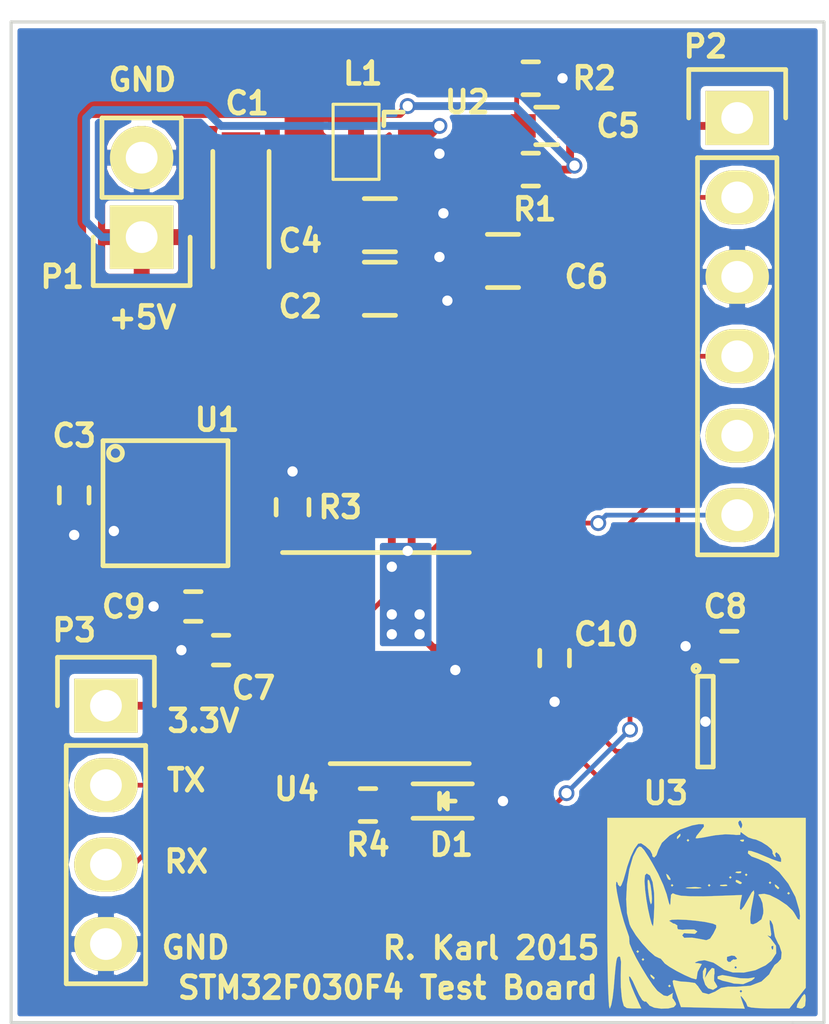
<source format=kicad_pcb>
(kicad_pcb (version 4) (host pcbnew "(after 2015-mar-04 BZR unknown)-product")

  (general
    (links 56)
    (no_connects 0)
    (area 125.105267 56.1036 152.2524 90.4674)
    (thickness 1.6)
    (drawings 13)
    (tracks 164)
    (zones 0)
    (modules 24)
    (nets 24)
  )

  (page A4)
  (layers
    (0 F.Cu signal)
    (31 B.Cu signal)
    (32 B.Adhes user)
    (33 F.Adhes user)
    (34 B.Paste user)
    (35 F.Paste user)
    (36 B.SilkS user)
    (37 F.SilkS user)
    (38 B.Mask user)
    (39 F.Mask user)
    (40 Dwgs.User user)
    (41 Cmts.User user)
    (42 Eco1.User user)
    (43 Eco2.User user)
    (44 Edge.Cuts user)
    (45 Margin user)
    (46 B.CrtYd user)
    (47 F.CrtYd user)
    (48 B.Fab user)
    (49 F.Fab user)
  )

  (setup
    (last_trace_width 0.1524)
    (trace_clearance 0.1524)
    (zone_clearance 0.1524)
    (zone_45_only no)
    (trace_min 0.1524)
    (segment_width 0.15)
    (edge_width 0.1)
    (via_size 0.508)
    (via_drill 0.3302)
    (via_min_size 0.508)
    (via_min_drill 0.3302)
    (uvia_size 0.3)
    (uvia_drill 0.1)
    (uvias_allowed no)
    (uvia_min_size 0.2)
    (uvia_min_drill 0.1)
    (pcb_text_width 0.15)
    (pcb_text_size 0.7 0.7)
    (mod_edge_width 0.15)
    (mod_text_size 0.7 0.7)
    (mod_text_width 0.15)
    (pad_size 1.5 1.5)
    (pad_drill 0.6)
    (pad_to_mask_clearance 0)
    (aux_axis_origin 0 0)
    (visible_elements FFFFFF7F)
    (pcbplotparams
      (layerselection 0x010fc_80000001)
      (usegerberextensions false)
      (excludeedgelayer true)
      (linewidth 0.100000)
      (plotframeref false)
      (viasonmask false)
      (mode 1)
      (useauxorigin false)
      (hpglpennumber 1)
      (hpglpenspeed 20)
      (hpglpendiameter 15)
      (hpglpenoverlay 2)
      (psnegative false)
      (psa4output false)
      (plotreference true)
      (plotvalue true)
      (plotinvisibletext false)
      (padsonsilk false)
      (subtractmaskfromsilk false)
      (outputformat 1)
      (mirror false)
      (drillshape 0)
      (scaleselection 1)
      (outputdirectory /home/brightcloud/pcb/stm-boards/gerbers/))
  )

  (net 0 "")
  (net 1 GND)
  (net 2 +5V)
  (net 3 +3V3)
  (net 4 "Net-(C5-Pad2)")
  (net 5 "Net-(D1-Pad1)")
  (net 6 "Net-(L1-Pad1)")
  (net 7 SWCLK)
  (net 8 SWDIO)
  (net 9 "Net-(P2-Pad5)")
  (net 10 NRST)
  (net 11 USART1_TX)
  (net 12 USART1_RX)
  (net 13 "Net-(R3-Pad1)")
  (net 14 LED0)
  (net 15 "Net-(U1-Pad3)")
  (net 16 SPI1_NSS)
  (net 17 SPI1_MISO)
  (net 18 SPI1_SCK)
  (net 19 "Net-(U4-Pad3)")
  (net 20 "Net-(U4-Pad13)")
  (net 21 "Net-(U4-Pad14)")
  (net 22 "Net-(U4-Pad17)")
  (net 23 "Net-(U4-Pad18)")

  (net_class Default "This is the default net class."
    (clearance 0.1524)
    (trace_width 0.1524)
    (via_dia 0.508)
    (via_drill 0.3302)
    (uvia_dia 0.3)
    (uvia_drill 0.1)
    (add_net LED0)
    (add_net NRST)
    (add_net "Net-(C5-Pad2)")
    (add_net "Net-(D1-Pad1)")
    (add_net "Net-(P2-Pad5)")
    (add_net "Net-(R3-Pad1)")
    (add_net "Net-(U1-Pad3)")
    (add_net "Net-(U4-Pad13)")
    (add_net "Net-(U4-Pad14)")
    (add_net "Net-(U4-Pad17)")
    (add_net "Net-(U4-Pad18)")
    (add_net "Net-(U4-Pad3)")
    (add_net SPI1_MISO)
    (add_net SPI1_NSS)
    (add_net SPI1_SCK)
    (add_net SWCLK)
    (add_net SWDIO)
    (add_net USART1_RX)
    (add_net USART1_TX)
  )

  (net_class Power ""
    (clearance 0.1524)
    (trace_width 0.25)
    (via_dia 0.508)
    (via_drill 0.3302)
    (uvia_dia 0.3)
    (uvia_drill 0.1)
    (add_net +3V3)
    (add_net +5V)
    (add_net GND)
    (add_net "Net-(L1-Pad1)")
  )

  (module Capacitors_Tantalum_SMD:TantalC_SizeA_EIA-3216_Reflow (layer F.Cu) (tedit 564E6E21) (tstamp 564E578D)
    (at 133.35 62.738 90)
    (descr "Tantal Cap. , Size A, EIA-3216, Reflow")
    (tags "Tantal Capacitor Size-A EIA-3216 reflow")
    (path /564E4274)
    (attr smd)
    (fp_text reference C1 (at 3.138 0.2 180) (layer F.SilkS)
      (effects (font (size 0.7 0.7) (thickness 0.15)))
    )
    (fp_text value 10u (at 0 2.1 90) (layer F.Fab)
      (effects (font (size 0.7 0.7) (thickness 0.15)))
    )
    (fp_line (start 1.6 0.9) (end -2.1 0.9) (layer F.SilkS) (width 0.15))
    (fp_line (start 1.6 -0.9) (end -2.1 -0.9) (layer F.SilkS) (width 0.15))
    (fp_line (start -2.5 1.2) (end 2.5 1.2) (layer F.CrtYd) (width 0.05))
    (fp_line (start 2.5 1.2) (end 2.5 -1.2) (layer F.CrtYd) (width 0.05))
    (fp_line (start 2.5 -1.2) (end -2.5 -1.2) (layer F.CrtYd) (width 0.05))
    (fp_line (start -2.5 -1.2) (end -2.5 1.2) (layer F.CrtYd) (width 0.05))
    (pad 2 smd rect (at 1.31 0 90) (size 1.8 1.23) (layers F.Cu F.Paste F.Mask)
      (net 1 GND))
    (pad 1 smd rect (at -1.31 0 90) (size 1.8 1.23) (layers F.Cu F.Paste F.Mask)
      (net 2 +5V))
    (model Capacitors_Tantalum_SMD.3dshapes/TantalC_SizeA_EIA-3216_Reflow.wrl
      (at (xyz 0 0 0))
      (scale (xyz 1 1 1))
      (rotate (xyz 0 0 180))
    )
  )

  (module Capacitors_SMD:C_0805 (layer F.Cu) (tedit 564E6E41) (tstamp 564E5799)
    (at 137.795 65.532)
    (descr "Capacitor SMD 0805, reflow soldering, AVX (see smccp.pdf)")
    (tags "capacitor 0805")
    (path /564E47FB)
    (attr smd)
    (fp_text reference C2 (at -2.545 0.568) (layer F.SilkS)
      (effects (font (size 0.7 0.7) (thickness 0.15)))
    )
    (fp_text value 4.7u (at 0 2.1) (layer F.Fab)
      (effects (font (size 0.7 0.7) (thickness 0.15)))
    )
    (fp_line (start -1.8 -1) (end 1.8 -1) (layer F.CrtYd) (width 0.05))
    (fp_line (start -1.8 1) (end 1.8 1) (layer F.CrtYd) (width 0.05))
    (fp_line (start -1.8 -1) (end -1.8 1) (layer F.CrtYd) (width 0.05))
    (fp_line (start 1.8 -1) (end 1.8 1) (layer F.CrtYd) (width 0.05))
    (fp_line (start 0.5 -0.85) (end -0.5 -0.85) (layer F.SilkS) (width 0.15))
    (fp_line (start -0.5 0.85) (end 0.5 0.85) (layer F.SilkS) (width 0.15))
    (pad 1 smd rect (at -1 0) (size 1 1.25) (layers F.Cu F.Paste F.Mask)
      (net 3 +3V3))
    (pad 2 smd rect (at 1 0) (size 1 1.25) (layers F.Cu F.Paste F.Mask)
      (net 1 GND))
    (model Capacitors_SMD.3dshapes/C_0805.wrl
      (at (xyz 0 0 0))
      (scale (xyz 1 1 1))
      (rotate (xyz 0 0 0))
    )
  )

  (module Capacitors_SMD:C_0402 (layer F.Cu) (tedit 564E6ED3) (tstamp 564E57A5)
    (at 128.016 72.136 270)
    (descr "Capacitor SMD 0402, reflow soldering, AVX (see smccp.pdf)")
    (tags "capacitor 0402")
    (path /564E5D61)
    (attr smd)
    (fp_text reference C3 (at -1.905 0 360) (layer F.SilkS)
      (effects (font (size 0.7 0.7) (thickness 0.15)))
    )
    (fp_text value 10n (at 0 1.7 270) (layer F.Fab)
      (effects (font (size 0.7 0.7) (thickness 0.15)))
    )
    (fp_line (start -1.15 -0.6) (end 1.15 -0.6) (layer F.CrtYd) (width 0.05))
    (fp_line (start -1.15 0.6) (end 1.15 0.6) (layer F.CrtYd) (width 0.05))
    (fp_line (start -1.15 -0.6) (end -1.15 0.6) (layer F.CrtYd) (width 0.05))
    (fp_line (start 1.15 -0.6) (end 1.15 0.6) (layer F.CrtYd) (width 0.05))
    (fp_line (start 0.25 -0.475) (end -0.25 -0.475) (layer F.SilkS) (width 0.15))
    (fp_line (start -0.25 0.475) (end 0.25 0.475) (layer F.SilkS) (width 0.15))
    (pad 1 smd rect (at -0.55 0 270) (size 0.6 0.5) (layers F.Cu F.Paste F.Mask)
      (net 3 +3V3))
    (pad 2 smd rect (at 0.55 0 270) (size 0.6 0.5) (layers F.Cu F.Paste F.Mask)
      (net 1 GND))
    (model Capacitors_SMD.3dshapes/C_0402.wrl
      (at (xyz 0 0 0))
      (scale (xyz 1 1 1))
      (rotate (xyz 0 0 0))
    )
  )

  (module Capacitors_SMD:C_0805 (layer F.Cu) (tedit 564E6E44) (tstamp 564E57B1)
    (at 137.795 63.5)
    (descr "Capacitor SMD 0805, reflow soldering, AVX (see smccp.pdf)")
    (tags "capacitor 0805")
    (path /564E4835)
    (attr smd)
    (fp_text reference C4 (at -2.545 0.5) (layer F.SilkS)
      (effects (font (size 0.7 0.7) (thickness 0.15)))
    )
    (fp_text value 4.7u (at 0 2.1) (layer F.Fab)
      (effects (font (size 0.7 0.7) (thickness 0.15)))
    )
    (fp_line (start -1.8 -1) (end 1.8 -1) (layer F.CrtYd) (width 0.05))
    (fp_line (start -1.8 1) (end 1.8 1) (layer F.CrtYd) (width 0.05))
    (fp_line (start -1.8 -1) (end -1.8 1) (layer F.CrtYd) (width 0.05))
    (fp_line (start 1.8 -1) (end 1.8 1) (layer F.CrtYd) (width 0.05))
    (fp_line (start 0.5 -0.85) (end -0.5 -0.85) (layer F.SilkS) (width 0.15))
    (fp_line (start -0.5 0.85) (end 0.5 0.85) (layer F.SilkS) (width 0.15))
    (pad 1 smd rect (at -1 0) (size 1 1.25) (layers F.Cu F.Paste F.Mask)
      (net 3 +3V3))
    (pad 2 smd rect (at 1 0) (size 1 1.25) (layers F.Cu F.Paste F.Mask)
      (net 1 GND))
    (model Capacitors_SMD.3dshapes/C_0805.wrl
      (at (xyz 0 0 0))
      (scale (xyz 1 1 1))
      (rotate (xyz 0 0 0))
    )
  )

  (module Capacitors_SMD:C_0603 (layer F.Cu) (tedit 564E6E78) (tstamp 564E57BD)
    (at 143.129 60.325 180)
    (descr "Capacitor SMD 0603, reflow soldering, AVX (see smccp.pdf)")
    (tags "capacitor 0603")
    (path /564E4AD5)
    (attr smd)
    (fp_text reference C5 (at -2.286 0 180) (layer F.SilkS)
      (effects (font (size 0.7 0.7) (thickness 0.15)))
    )
    (fp_text value 10p (at 0 1.9 180) (layer F.Fab)
      (effects (font (size 0.7 0.7) (thickness 0.15)))
    )
    (fp_line (start -1.45 -0.75) (end 1.45 -0.75) (layer F.CrtYd) (width 0.05))
    (fp_line (start -1.45 0.75) (end 1.45 0.75) (layer F.CrtYd) (width 0.05))
    (fp_line (start -1.45 -0.75) (end -1.45 0.75) (layer F.CrtYd) (width 0.05))
    (fp_line (start 1.45 -0.75) (end 1.45 0.75) (layer F.CrtYd) (width 0.05))
    (fp_line (start -0.35 -0.6) (end 0.35 -0.6) (layer F.SilkS) (width 0.15))
    (fp_line (start 0.35 0.6) (end -0.35 0.6) (layer F.SilkS) (width 0.15))
    (pad 1 smd rect (at -0.75 0 180) (size 0.8 0.75) (layers F.Cu F.Paste F.Mask)
      (net 3 +3V3))
    (pad 2 smd rect (at 0.75 0 180) (size 0.8 0.75) (layers F.Cu F.Paste F.Mask)
      (net 4 "Net-(C5-Pad2)"))
    (model Capacitors_SMD.3dshapes/C_0603.wrl
      (at (xyz 0 0 0))
      (scale (xyz 1 1 1))
      (rotate (xyz 0 0 0))
    )
  )

  (module Capacitors_SMD:C_0805 (layer F.Cu) (tedit 564E6E75) (tstamp 564E57C9)
    (at 141.732 64.643 180)
    (descr "Capacitor SMD 0805, reflow soldering, AVX (see smccp.pdf)")
    (tags "capacitor 0805")
    (path /564E46C1)
    (attr smd)
    (fp_text reference C6 (at -2.667 -0.508 180) (layer F.SilkS)
      (effects (font (size 0.7 0.7) (thickness 0.15)))
    )
    (fp_text value 4.7u (at 0 2.1 180) (layer F.Fab)
      (effects (font (size 0.7 0.7) (thickness 0.15)))
    )
    (fp_line (start -1.8 -1) (end 1.8 -1) (layer F.CrtYd) (width 0.05))
    (fp_line (start -1.8 1) (end 1.8 1) (layer F.CrtYd) (width 0.05))
    (fp_line (start -1.8 -1) (end -1.8 1) (layer F.CrtYd) (width 0.05))
    (fp_line (start 1.8 -1) (end 1.8 1) (layer F.CrtYd) (width 0.05))
    (fp_line (start 0.5 -0.85) (end -0.5 -0.85) (layer F.SilkS) (width 0.15))
    (fp_line (start -0.5 0.85) (end 0.5 0.85) (layer F.SilkS) (width 0.15))
    (pad 1 smd rect (at -1 0 180) (size 1 1.25) (layers F.Cu F.Paste F.Mask)
      (net 2 +5V))
    (pad 2 smd rect (at 1 0 180) (size 1 1.25) (layers F.Cu F.Paste F.Mask)
      (net 1 GND))
    (model Capacitors_SMD.3dshapes/C_0805.wrl
      (at (xyz 0 0 0))
      (scale (xyz 1 1 1))
      (rotate (xyz 0 0 0))
    )
  )

  (module Capacitors_SMD:C_0402 (layer F.Cu) (tedit 564E6DD6) (tstamp 564E57D5)
    (at 132.715 77.089 180)
    (descr "Capacitor SMD 0402, reflow soldering, AVX (see smccp.pdf)")
    (tags "capacitor 0402")
    (path /564E532E)
    (attr smd)
    (fp_text reference C7 (at -1.035 -1.211 180) (layer F.SilkS)
      (effects (font (size 0.7 0.7) (thickness 0.15)))
    )
    (fp_text value 0.1u (at 0 1.7 180) (layer F.Fab)
      (effects (font (size 0.7 0.7) (thickness 0.15)))
    )
    (fp_line (start -1.15 -0.6) (end 1.15 -0.6) (layer F.CrtYd) (width 0.05))
    (fp_line (start -1.15 0.6) (end 1.15 0.6) (layer F.CrtYd) (width 0.05))
    (fp_line (start -1.15 -0.6) (end -1.15 0.6) (layer F.CrtYd) (width 0.05))
    (fp_line (start 1.15 -0.6) (end 1.15 0.6) (layer F.CrtYd) (width 0.05))
    (fp_line (start 0.25 -0.475) (end -0.25 -0.475) (layer F.SilkS) (width 0.15))
    (fp_line (start -0.25 0.475) (end 0.25 0.475) (layer F.SilkS) (width 0.15))
    (pad 1 smd rect (at -0.55 0 180) (size 0.6 0.5) (layers F.Cu F.Paste F.Mask)
      (net 3 +3V3))
    (pad 2 smd rect (at 0.55 0 180) (size 0.6 0.5) (layers F.Cu F.Paste F.Mask)
      (net 1 GND))
    (model Capacitors_SMD.3dshapes/C_0402.wrl
      (at (xyz 0 0 0))
      (scale (xyz 1 1 1))
      (rotate (xyz 0 0 0))
    )
  )

  (module Capacitors_SMD:C_0402 (layer F.Cu) (tedit 564E6EB2) (tstamp 564E57E1)
    (at 148.971 76.962 180)
    (descr "Capacitor SMD 0402, reflow soldering, AVX (see smccp.pdf)")
    (tags "capacitor 0402")
    (path /564E54CD)
    (attr smd)
    (fp_text reference C8 (at 0.127 1.27 180) (layer F.SilkS)
      (effects (font (size 0.7 0.7) (thickness 0.15)))
    )
    (fp_text value 0.1u (at 0 1.7 180) (layer F.Fab)
      (effects (font (size 0.7 0.7) (thickness 0.15)))
    )
    (fp_line (start -1.15 -0.6) (end 1.15 -0.6) (layer F.CrtYd) (width 0.05))
    (fp_line (start -1.15 0.6) (end 1.15 0.6) (layer F.CrtYd) (width 0.05))
    (fp_line (start -1.15 -0.6) (end -1.15 0.6) (layer F.CrtYd) (width 0.05))
    (fp_line (start 1.15 -0.6) (end 1.15 0.6) (layer F.CrtYd) (width 0.05))
    (fp_line (start 0.25 -0.475) (end -0.25 -0.475) (layer F.SilkS) (width 0.15))
    (fp_line (start -0.25 0.475) (end 0.25 0.475) (layer F.SilkS) (width 0.15))
    (pad 1 smd rect (at -0.55 0 180) (size 0.6 0.5) (layers F.Cu F.Paste F.Mask)
      (net 3 +3V3))
    (pad 2 smd rect (at 0.55 0 180) (size 0.6 0.5) (layers F.Cu F.Paste F.Mask)
      (net 1 GND))
    (model Capacitors_SMD.3dshapes/C_0402.wrl
      (at (xyz 0 0 0))
      (scale (xyz 1 1 1))
      (rotate (xyz 0 0 0))
    )
  )

  (module Capacitors_SMD:C_0402 (layer F.Cu) (tedit 564E6DD9) (tstamp 564E57ED)
    (at 131.826 75.692 180)
    (descr "Capacitor SMD 0402, reflow soldering, AVX (see smccp.pdf)")
    (tags "capacitor 0402")
    (path /564E54FD)
    (attr smd)
    (fp_text reference C9 (at 2.226 -0.008 180) (layer F.SilkS)
      (effects (font (size 0.7 0.7) (thickness 0.15)))
    )
    (fp_text value 1u (at 0 1.7 180) (layer F.Fab)
      (effects (font (size 0.7 0.7) (thickness 0.15)))
    )
    (fp_line (start -1.15 -0.6) (end 1.15 -0.6) (layer F.CrtYd) (width 0.05))
    (fp_line (start -1.15 0.6) (end 1.15 0.6) (layer F.CrtYd) (width 0.05))
    (fp_line (start -1.15 -0.6) (end -1.15 0.6) (layer F.CrtYd) (width 0.05))
    (fp_line (start 1.15 -0.6) (end 1.15 0.6) (layer F.CrtYd) (width 0.05))
    (fp_line (start 0.25 -0.475) (end -0.25 -0.475) (layer F.SilkS) (width 0.15))
    (fp_line (start -0.25 0.475) (end 0.25 0.475) (layer F.SilkS) (width 0.15))
    (pad 1 smd rect (at -0.55 0 180) (size 0.6 0.5) (layers F.Cu F.Paste F.Mask)
      (net 3 +3V3))
    (pad 2 smd rect (at 0.55 0 180) (size 0.6 0.5) (layers F.Cu F.Paste F.Mask)
      (net 1 GND))
    (model Capacitors_SMD.3dshapes/C_0402.wrl
      (at (xyz 0 0 0))
      (scale (xyz 1 1 1))
      (rotate (xyz 0 0 0))
    )
  )

  (module Capacitors_SMD:C_0402 (layer F.Cu) (tedit 564E6EAD) (tstamp 564E57F9)
    (at 143.383 77.343 270)
    (descr "Capacitor SMD 0402, reflow soldering, AVX (see smccp.pdf)")
    (tags "capacitor 0402")
    (path /564EB463)
    (attr smd)
    (fp_text reference C10 (at -0.762 -1.651 360) (layer F.SilkS)
      (effects (font (size 0.7 0.7) (thickness 0.15)))
    )
    (fp_text value 0.1u (at 0 1.7 270) (layer F.Fab)
      (effects (font (size 0.7 0.7) (thickness 0.15)))
    )
    (fp_line (start -1.15 -0.6) (end 1.15 -0.6) (layer F.CrtYd) (width 0.05))
    (fp_line (start -1.15 0.6) (end 1.15 0.6) (layer F.CrtYd) (width 0.05))
    (fp_line (start -1.15 -0.6) (end -1.15 0.6) (layer F.CrtYd) (width 0.05))
    (fp_line (start 1.15 -0.6) (end 1.15 0.6) (layer F.CrtYd) (width 0.05))
    (fp_line (start 0.25 -0.475) (end -0.25 -0.475) (layer F.SilkS) (width 0.15))
    (fp_line (start -0.25 0.475) (end 0.25 0.475) (layer F.SilkS) (width 0.15))
    (pad 1 smd rect (at -0.55 0 270) (size 0.6 0.5) (layers F.Cu F.Paste F.Mask)
      (net 3 +3V3))
    (pad 2 smd rect (at 0.55 0 270) (size 0.6 0.5) (layers F.Cu F.Paste F.Mask)
      (net 1 GND))
    (model Capacitors_SMD.3dshapes/C_0402.wrl
      (at (xyz 0 0 0))
      (scale (xyz 1 1 1))
      (rotate (xyz 0 0 0))
    )
  )

  (module LEDs:LED-0603 (layer F.Cu) (tedit 564E6EA6) (tstamp 564E580A)
    (at 139.954 81.915)
    (descr "LED 0603 smd package")
    (tags "LED led 0603 SMD smd SMT smt smdled SMDLED smtled SMTLED")
    (path /564E8D46)
    (attr smd)
    (fp_text reference D1 (at 0.127 1.397) (layer F.SilkS)
      (effects (font (size 0.7 0.7) (thickness 0.15)))
    )
    (fp_text value LED (at 0 1.5) (layer F.Fab)
      (effects (font (size 0.7 0.7) (thickness 0.15)))
    )
    (fp_line (start -1.1 0.55) (end 0.8 0.55) (layer F.SilkS) (width 0.15))
    (fp_line (start -1.1 -0.55) (end 0.8 -0.55) (layer F.SilkS) (width 0.15))
    (fp_line (start -0.2 0) (end 0.25 0) (layer F.SilkS) (width 0.15))
    (fp_line (start -0.25 -0.25) (end -0.25 0.25) (layer F.SilkS) (width 0.15))
    (fp_line (start -0.25 0) (end 0 -0.25) (layer F.SilkS) (width 0.15))
    (fp_line (start 0 -0.25) (end 0 0.25) (layer F.SilkS) (width 0.15))
    (fp_line (start 0 0.25) (end -0.25 0) (layer F.SilkS) (width 0.15))
    (fp_line (start 1.4 -0.75) (end 1.4 0.75) (layer F.CrtYd) (width 0.05))
    (fp_line (start 1.4 0.75) (end -1.4 0.75) (layer F.CrtYd) (width 0.05))
    (fp_line (start -1.4 0.75) (end -1.4 -0.75) (layer F.CrtYd) (width 0.05))
    (fp_line (start -1.4 -0.75) (end 1.4 -0.75) (layer F.CrtYd) (width 0.05))
    (pad 2 smd rect (at 0.7493 0 180) (size 0.79756 0.79756) (layers F.Cu F.Paste F.Mask)
      (net 1 GND))
    (pad 1 smd rect (at -0.7493 0 180) (size 0.79756 0.79756) (layers F.Cu F.Paste F.Mask)
      (net 5 "Net-(D1-Pad1)"))
  )

  (module kicad:PFL2015 (layer F.Cu) (tedit 564E706F) (tstamp 564E5818)
    (at 137.033 60.833 90)
    (descr "PFL2015 Coilcraft Inductor")
    (path /564E45EB)
    (fp_text reference L1 (at 2.183 0.217 180) (layer F.SilkS)
      (effects (font (size 0.7 0.7) (thickness 0.15)))
    )
    (fp_text value 4.7u (at 0 0 90) (layer Eco2.User) hide
      (effects (font (size 0.7 0.7) (thickness 0.15)))
    )
    (fp_line (start -1.1 0.635) (end 1.1 0.635) (layer Dwgs.User) (width 0.1))
    (fp_line (start 1.1 0.635) (end 1.1 -0.635) (layer Dwgs.User) (width 0.1))
    (fp_line (start 1.1 -0.635) (end -1.1 -0.635) (layer Dwgs.User) (width 0.1))
    (fp_line (start -1.1 -0.635) (end -1.1 0.635) (layer Dwgs.User) (width 0.1))
    (fp_line (start -1.2 0.735) (end 1.2 0.735) (layer F.SilkS) (width 0.1))
    (fp_line (start 1.2 0.735) (end 1.2 -0.735) (layer F.SilkS) (width 0.1))
    (fp_line (start 1.2 -0.735) (end -1.2 -0.735) (layer F.SilkS) (width 0.1))
    (fp_line (start -1.2 -0.735) (end -1.2 0.735) (layer F.SilkS) (width 0.1))
    (pad 1 smd rect (at -0.89 0 90) (size 1.02 1.78) (layers F.Cu F.Paste F.Mask)
      (net 6 "Net-(L1-Pad1)"))
    (pad 2 smd rect (at 0.89 0 90) (size 1.02 1.78) (layers F.Cu F.Paste F.Mask)
      (net 3 +3V3))
  )

  (module Pin_Headers:Pin_Header_Straight_1x02 (layer F.Cu) (tedit 564E6EC5) (tstamp 564E5829)
    (at 130.175 63.881 180)
    (descr "Through hole pin header")
    (tags "pin header")
    (path /564E3CDD)
    (fp_text reference P1 (at 2.54 -1.27 180) (layer F.SilkS)
      (effects (font (size 0.7 0.7) (thickness 0.15)))
    )
    (fp_text value CONN_5V (at 0 -3.1 180) (layer F.Fab)
      (effects (font (size 0.7 0.7) (thickness 0.15)))
    )
    (fp_line (start 1.27 1.27) (end 1.27 3.81) (layer F.SilkS) (width 0.15))
    (fp_line (start 1.55 -1.55) (end 1.55 0) (layer F.SilkS) (width 0.15))
    (fp_line (start -1.75 -1.75) (end -1.75 4.3) (layer F.CrtYd) (width 0.05))
    (fp_line (start 1.75 -1.75) (end 1.75 4.3) (layer F.CrtYd) (width 0.05))
    (fp_line (start -1.75 -1.75) (end 1.75 -1.75) (layer F.CrtYd) (width 0.05))
    (fp_line (start -1.75 4.3) (end 1.75 4.3) (layer F.CrtYd) (width 0.05))
    (fp_line (start 1.27 1.27) (end -1.27 1.27) (layer F.SilkS) (width 0.15))
    (fp_line (start -1.55 0) (end -1.55 -1.55) (layer F.SilkS) (width 0.15))
    (fp_line (start -1.55 -1.55) (end 1.55 -1.55) (layer F.SilkS) (width 0.15))
    (fp_line (start -1.27 1.27) (end -1.27 3.81) (layer F.SilkS) (width 0.15))
    (fp_line (start -1.27 3.81) (end 1.27 3.81) (layer F.SilkS) (width 0.15))
    (pad 1 thru_hole rect (at 0 0 180) (size 2.032 2.032) (drill 1.016) (layers *.Cu *.Mask F.SilkS)
      (net 2 +5V))
    (pad 2 thru_hole oval (at 0 2.54 180) (size 2.032 2.032) (drill 1.016) (layers *.Cu *.Mask F.SilkS)
      (net 1 GND))
    (model Pin_Headers.3dshapes/Pin_Header_Straight_1x02.wrl
      (at (xyz 0 -0.05 0))
      (scale (xyz 1 1 1))
      (rotate (xyz 0 0 90))
    )
  )

  (module Pin_Headers:Pin_Header_Straight_1x06 (layer F.Cu) (tedit 564E6EBC) (tstamp 564E583E)
    (at 149.225 60.071)
    (descr "Through hole pin header")
    (tags "pin header")
    (path /564E6772)
    (fp_text reference P2 (at -1.016 -2.286) (layer F.SilkS)
      (effects (font (size 0.7 0.7) (thickness 0.15)))
    )
    (fp_text value SWD_CONN (at 0 -3.1) (layer F.Fab)
      (effects (font (size 0.7 0.7) (thickness 0.15)))
    )
    (fp_line (start -1.75 -1.75) (end -1.75 14.45) (layer F.CrtYd) (width 0.05))
    (fp_line (start 1.75 -1.75) (end 1.75 14.45) (layer F.CrtYd) (width 0.05))
    (fp_line (start -1.75 -1.75) (end 1.75 -1.75) (layer F.CrtYd) (width 0.05))
    (fp_line (start -1.75 14.45) (end 1.75 14.45) (layer F.CrtYd) (width 0.05))
    (fp_line (start 1.27 1.27) (end 1.27 13.97) (layer F.SilkS) (width 0.15))
    (fp_line (start 1.27 13.97) (end -1.27 13.97) (layer F.SilkS) (width 0.15))
    (fp_line (start -1.27 13.97) (end -1.27 1.27) (layer F.SilkS) (width 0.15))
    (fp_line (start 1.55 -1.55) (end 1.55 0) (layer F.SilkS) (width 0.15))
    (fp_line (start 1.27 1.27) (end -1.27 1.27) (layer F.SilkS) (width 0.15))
    (fp_line (start -1.55 0) (end -1.55 -1.55) (layer F.SilkS) (width 0.15))
    (fp_line (start -1.55 -1.55) (end 1.55 -1.55) (layer F.SilkS) (width 0.15))
    (pad 1 thru_hole rect (at 0 0) (size 2.032 1.7272) (drill 1.016) (layers *.Cu *.Mask F.SilkS)
      (net 3 +3V3))
    (pad 2 thru_hole oval (at 0 2.54) (size 2.032 1.7272) (drill 1.016) (layers *.Cu *.Mask F.SilkS)
      (net 7 SWCLK))
    (pad 3 thru_hole oval (at 0 5.08) (size 2.032 1.7272) (drill 1.016) (layers *.Cu *.Mask F.SilkS)
      (net 1 GND))
    (pad 4 thru_hole oval (at 0 7.62) (size 2.032 1.7272) (drill 1.016) (layers *.Cu *.Mask F.SilkS)
      (net 8 SWDIO))
    (pad 5 thru_hole oval (at 0 10.16) (size 2.032 1.7272) (drill 1.016) (layers *.Cu *.Mask F.SilkS)
      (net 9 "Net-(P2-Pad5)"))
    (pad 6 thru_hole oval (at 0 12.7) (size 2.032 1.7272) (drill 1.016) (layers *.Cu *.Mask F.SilkS)
      (net 10 NRST))
    (model Pin_Headers.3dshapes/Pin_Header_Straight_1x06.wrl
      (at (xyz 0 -0.25 0))
      (scale (xyz 1 1 1))
      (rotate (xyz 0 0 90))
    )
  )

  (module Pin_Headers:Pin_Header_Straight_1x04 (layer F.Cu) (tedit 564E6ED6) (tstamp 564E5851)
    (at 129.032 78.867)
    (descr "Through hole pin header")
    (tags "pin header")
    (path /564EC7E3)
    (fp_text reference P3 (at -1.016 -2.413) (layer F.SilkS)
      (effects (font (size 0.7 0.7) (thickness 0.15)))
    )
    (fp_text value UART_CONN (at 0 -3.1) (layer F.Fab)
      (effects (font (size 0.7 0.7) (thickness 0.15)))
    )
    (fp_line (start -1.75 -1.75) (end -1.75 9.4) (layer F.CrtYd) (width 0.05))
    (fp_line (start 1.75 -1.75) (end 1.75 9.4) (layer F.CrtYd) (width 0.05))
    (fp_line (start -1.75 -1.75) (end 1.75 -1.75) (layer F.CrtYd) (width 0.05))
    (fp_line (start -1.75 9.4) (end 1.75 9.4) (layer F.CrtYd) (width 0.05))
    (fp_line (start -1.27 1.27) (end -1.27 8.89) (layer F.SilkS) (width 0.15))
    (fp_line (start 1.27 1.27) (end 1.27 8.89) (layer F.SilkS) (width 0.15))
    (fp_line (start 1.55 -1.55) (end 1.55 0) (layer F.SilkS) (width 0.15))
    (fp_line (start -1.27 8.89) (end 1.27 8.89) (layer F.SilkS) (width 0.15))
    (fp_line (start 1.27 1.27) (end -1.27 1.27) (layer F.SilkS) (width 0.15))
    (fp_line (start -1.55 0) (end -1.55 -1.55) (layer F.SilkS) (width 0.15))
    (fp_line (start -1.55 -1.55) (end 1.55 -1.55) (layer F.SilkS) (width 0.15))
    (pad 1 thru_hole rect (at 0 0) (size 2.032 1.7272) (drill 1.016) (layers *.Cu *.Mask F.SilkS)
      (net 3 +3V3))
    (pad 2 thru_hole oval (at 0 2.54) (size 2.032 1.7272) (drill 1.016) (layers *.Cu *.Mask F.SilkS)
      (net 11 USART1_TX))
    (pad 3 thru_hole oval (at 0 5.08) (size 2.032 1.7272) (drill 1.016) (layers *.Cu *.Mask F.SilkS)
      (net 12 USART1_RX))
    (pad 4 thru_hole oval (at 0 7.62) (size 2.032 1.7272) (drill 1.016) (layers *.Cu *.Mask F.SilkS)
      (net 1 GND))
    (model Pin_Headers.3dshapes/Pin_Header_Straight_1x04.wrl
      (at (xyz 0 -0.15 0))
      (scale (xyz 1 1 1))
      (rotate (xyz 0 0 90))
    )
  )

  (module Resistors_SMD:R_0402 (layer F.Cu) (tedit 564E6E8E) (tstamp 564E585D)
    (at 142.621 61.722)
    (descr "Resistor SMD 0402, reflow soldering, Vishay (see dcrcw.pdf)")
    (tags "resistor 0402")
    (path /564E4A0C)
    (attr smd)
    (fp_text reference R1 (at 0.127 1.27) (layer F.SilkS)
      (effects (font (size 0.7 0.7) (thickness 0.15)))
    )
    (fp_text value 941k (at 0 1.8) (layer F.Fab)
      (effects (font (size 0.7 0.7) (thickness 0.15)))
    )
    (fp_line (start -0.95 -0.65) (end 0.95 -0.65) (layer F.CrtYd) (width 0.05))
    (fp_line (start -0.95 0.65) (end 0.95 0.65) (layer F.CrtYd) (width 0.05))
    (fp_line (start -0.95 -0.65) (end -0.95 0.65) (layer F.CrtYd) (width 0.05))
    (fp_line (start 0.95 -0.65) (end 0.95 0.65) (layer F.CrtYd) (width 0.05))
    (fp_line (start 0.25 -0.525) (end -0.25 -0.525) (layer F.SilkS) (width 0.15))
    (fp_line (start -0.25 0.525) (end 0.25 0.525) (layer F.SilkS) (width 0.15))
    (pad 1 smd rect (at -0.45 0) (size 0.4 0.6) (layers F.Cu F.Paste F.Mask)
      (net 4 "Net-(C5-Pad2)"))
    (pad 2 smd rect (at 0.45 0) (size 0.4 0.6) (layers F.Cu F.Paste F.Mask)
      (net 3 +3V3))
    (model Resistors_SMD.3dshapes/R_0402.wrl
      (at (xyz 0 0 0))
      (scale (xyz 1 1 1))
      (rotate (xyz 0 0 0))
    )
  )

  (module Resistors_SMD:R_0402 (layer F.Cu) (tedit 564E6E92) (tstamp 564E5869)
    (at 142.621 58.801 180)
    (descr "Resistor SMD 0402, reflow soldering, Vishay (see dcrcw.pdf)")
    (tags "resistor 0402")
    (path /564E4BBC)
    (attr smd)
    (fp_text reference R2 (at -2.032 0 180) (layer F.SilkS)
      (effects (font (size 0.7 0.7) (thickness 0.15)))
    )
    (fp_text value 301k (at 0 1.8 180) (layer F.Fab)
      (effects (font (size 0.7 0.7) (thickness 0.15)))
    )
    (fp_line (start -0.95 -0.65) (end 0.95 -0.65) (layer F.CrtYd) (width 0.05))
    (fp_line (start -0.95 0.65) (end 0.95 0.65) (layer F.CrtYd) (width 0.05))
    (fp_line (start -0.95 -0.65) (end -0.95 0.65) (layer F.CrtYd) (width 0.05))
    (fp_line (start 0.95 -0.65) (end 0.95 0.65) (layer F.CrtYd) (width 0.05))
    (fp_line (start 0.25 -0.525) (end -0.25 -0.525) (layer F.SilkS) (width 0.15))
    (fp_line (start -0.25 0.525) (end 0.25 0.525) (layer F.SilkS) (width 0.15))
    (pad 1 smd rect (at -0.45 0 180) (size 0.4 0.6) (layers F.Cu F.Paste F.Mask)
      (net 1 GND))
    (pad 2 smd rect (at 0.45 0 180) (size 0.4 0.6) (layers F.Cu F.Paste F.Mask)
      (net 4 "Net-(C5-Pad2)"))
    (model Resistors_SMD.3dshapes/R_0402.wrl
      (at (xyz 0 0 0))
      (scale (xyz 1 1 1))
      (rotate (xyz 0 0 0))
    )
  )

  (module Resistors_SMD:R_0402 (layer F.Cu) (tedit 564E6ED0) (tstamp 564E5875)
    (at 135.001 72.517 90)
    (descr "Resistor SMD 0402, reflow soldering, Vishay (see dcrcw.pdf)")
    (tags "resistor 0402")
    (path /564E882A)
    (attr smd)
    (fp_text reference R3 (at 0 1.524 180) (layer F.SilkS)
      (effects (font (size 0.7 0.7) (thickness 0.15)))
    )
    (fp_text value 10k (at 0 1.8 90) (layer F.Fab)
      (effects (font (size 0.7 0.7) (thickness 0.15)))
    )
    (fp_line (start -0.95 -0.65) (end 0.95 -0.65) (layer F.CrtYd) (width 0.05))
    (fp_line (start -0.95 0.65) (end 0.95 0.65) (layer F.CrtYd) (width 0.05))
    (fp_line (start -0.95 -0.65) (end -0.95 0.65) (layer F.CrtYd) (width 0.05))
    (fp_line (start 0.95 -0.65) (end 0.95 0.65) (layer F.CrtYd) (width 0.05))
    (fp_line (start 0.25 -0.525) (end -0.25 -0.525) (layer F.SilkS) (width 0.15))
    (fp_line (start -0.25 0.525) (end 0.25 0.525) (layer F.SilkS) (width 0.15))
    (pad 1 smd rect (at -0.45 0 90) (size 0.4 0.6) (layers F.Cu F.Paste F.Mask)
      (net 13 "Net-(R3-Pad1)"))
    (pad 2 smd rect (at 0.45 0 90) (size 0.4 0.6) (layers F.Cu F.Paste F.Mask)
      (net 1 GND))
    (model Resistors_SMD.3dshapes/R_0402.wrl
      (at (xyz 0 0 0))
      (scale (xyz 1 1 1))
      (rotate (xyz 0 0 0))
    )
  )

  (module Resistors_SMD:R_0402 (layer F.Cu) (tedit 564E6EA3) (tstamp 564E5881)
    (at 137.414 82.042 180)
    (descr "Resistor SMD 0402, reflow soldering, Vishay (see dcrcw.pdf)")
    (tags "resistor 0402")
    (path /564E8CB0)
    (attr smd)
    (fp_text reference R4 (at 0 -1.27 180) (layer F.SilkS)
      (effects (font (size 0.7 0.7) (thickness 0.15)))
    )
    (fp_text value 3.3k (at 0 1.8 180) (layer F.Fab)
      (effects (font (size 0.7 0.7) (thickness 0.15)))
    )
    (fp_line (start -0.95 -0.65) (end 0.95 -0.65) (layer F.CrtYd) (width 0.05))
    (fp_line (start -0.95 0.65) (end 0.95 0.65) (layer F.CrtYd) (width 0.05))
    (fp_line (start -0.95 -0.65) (end -0.95 0.65) (layer F.CrtYd) (width 0.05))
    (fp_line (start 0.95 -0.65) (end 0.95 0.65) (layer F.CrtYd) (width 0.05))
    (fp_line (start 0.25 -0.525) (end -0.25 -0.525) (layer F.SilkS) (width 0.15))
    (fp_line (start -0.25 0.525) (end 0.25 0.525) (layer F.SilkS) (width 0.15))
    (pad 1 smd rect (at -0.45 0 180) (size 0.4 0.6) (layers F.Cu F.Paste F.Mask)
      (net 5 "Net-(D1-Pad1)"))
    (pad 2 smd rect (at 0.45 0 180) (size 0.4 0.6) (layers F.Cu F.Paste F.Mask)
      (net 14 LED0))
    (model Resistors_SMD.3dshapes/R_0402.wrl
      (at (xyz 0 0 0))
      (scale (xyz 1 1 1))
      (rotate (xyz 0 0 0))
    )
  )

  (module bce:SIOSC (layer F.Cu) (tedit 564E6ECD) (tstamp 564E588E)
    (at 130.937 72.39 270)
    (path /564E5B25)
    (fp_text reference U1 (at -2.667 -1.651 360) (layer F.SilkS)
      (effects (font (size 0.7 0.7) (thickness 0.15)))
    )
    (fp_text value OSC (at 0 -3 270) (layer F.SilkS) hide
      (effects (font (size 0.7 0.7) (thickness 0.15)))
    )
    (fp_circle (center -1.6 1.6) (end -1.4 1.5) (layer F.SilkS) (width 0.15))
    (fp_line (start -2 -2) (end -2 2) (layer F.SilkS) (width 0.15))
    (fp_line (start -2 2) (end 2 2) (layer F.SilkS) (width 0.15))
    (fp_line (start 2 2) (end 2 -2) (layer F.SilkS) (width 0.15))
    (fp_line (start 2 -2) (end -2 -2) (layer F.SilkS) (width 0.15))
    (pad 1 smd rect (at -0.95 0.75 270) (size 1.1 1) (layers F.Cu F.Paste F.Mask)
      (net 3 +3V3))
    (pad 2 smd rect (at 0.95 0.75 270) (size 1.1 1) (layers F.Cu F.Paste F.Mask)
      (net 1 GND))
    (pad 3 smd rect (at 0.95 -0.75 270) (size 1.1 1) (layers F.Cu F.Paste F.Mask)
      (net 15 "Net-(U1-Pad3)"))
    (pad 4 smd rect (at -0.95 -0.75 270) (size 1.1 1) (layers F.Cu F.Paste F.Mask)
      (net 3 +3V3))
  )

  (module Housings_SOT-23_SOT-143_TSOT-6:SC-70-6 (layer F.Cu) (tedit 564E6E87) (tstamp 564E589A)
    (at 139.7 61.214 270)
    (descr SC-70-6,)
    (tags SC-70-6,)
    (path /564E4103)
    (attr smd)
    (fp_text reference U2 (at -1.651 -0.889 360) (layer F.SilkS)
      (effects (font (size 0.7 0.7) (thickness 0.15)))
    )
    (fp_text value LTC3410 (at 0.04064 4.191 270) (layer F.Fab)
      (effects (font (size 0.7 0.7) (thickness 0.15)))
    )
    (fp_line (start -1.33096 1.16078) (end -1.33096 1.77038) (layer F.SilkS) (width 0.15))
    (fp_line (start -1.33096 1.77038) (end -0.89916 1.78054) (layer F.SilkS) (width 0.15))
    (pad 1 smd rect (at -0.65024 0.94996 270) (size 0.39878 0.7493) (layers F.Cu F.Paste F.Mask)
      (net 2 +5V))
    (pad 2 smd rect (at 0 0.94996 270) (size 0.39878 0.7493) (layers F.Cu F.Paste F.Mask)
      (net 1 GND))
    (pad 3 smd rect (at 0.65024 0.94996 270) (size 0.39878 0.7493) (layers F.Cu F.Paste F.Mask)
      (net 6 "Net-(L1-Pad1)"))
    (pad 4 smd rect (at 0.65024 -0.94996 270) (size 0.39878 0.7493) (layers F.Cu F.Paste F.Mask)
      (net 2 +5V))
    (pad 5 smd rect (at 0 -0.94996 270) (size 0.39878 0.7493) (layers F.Cu F.Paste F.Mask)
      (net 1 GND))
    (pad 6 smd rect (at -0.65024 -0.94996 270) (size 0.39878 0.7493) (layers F.Cu F.Paste F.Mask)
      (net 4 "Net-(C5-Pad2)"))
    (model Housings_SOT-23_SOT-143_TSOT-6.3dshapes/SC-70-6.wrl
      (at (xyz 0 0 0))
      (scale (xyz 1 1 1))
      (rotate (xyz 0 0 0))
    )
  )

  (module Housings_SOT-23_SOT-143_TSOT-6:SOT-23-5 (layer F.Cu) (tedit 564E6EB5) (tstamp 564E58AC)
    (at 148.209 79.375)
    (descr "5-pin SOT23 package")
    (tags SOT-23-5)
    (path /564EAE4F)
    (attr smd)
    (fp_text reference U3 (at -1.27 2.286) (layer F.SilkS)
      (effects (font (size 0.7 0.7) (thickness 0.15)))
    )
    (fp_text value LM95071 (at -0.05 2.35) (layer F.Fab)
      (effects (font (size 0.7 0.7) (thickness 0.15)))
    )
    (fp_line (start -1.8 -1.6) (end 1.8 -1.6) (layer F.CrtYd) (width 0.05))
    (fp_line (start 1.8 -1.6) (end 1.8 1.6) (layer F.CrtYd) (width 0.05))
    (fp_line (start 1.8 1.6) (end -1.8 1.6) (layer F.CrtYd) (width 0.05))
    (fp_line (start -1.8 1.6) (end -1.8 -1.6) (layer F.CrtYd) (width 0.05))
    (fp_circle (center -0.3 -1.7) (end -0.2 -1.7) (layer F.SilkS) (width 0.15))
    (fp_line (start 0.25 -1.45) (end -0.25 -1.45) (layer F.SilkS) (width 0.15))
    (fp_line (start 0.25 1.45) (end 0.25 -1.45) (layer F.SilkS) (width 0.15))
    (fp_line (start -0.25 1.45) (end 0.25 1.45) (layer F.SilkS) (width 0.15))
    (fp_line (start -0.25 -1.45) (end -0.25 1.45) (layer F.SilkS) (width 0.15))
    (pad 1 smd rect (at -1.1 -0.95) (size 1.06 0.65) (layers F.Cu F.Paste F.Mask)
      (net 16 SPI1_NSS))
    (pad 2 smd rect (at -1.1 0) (size 1.06 0.65) (layers F.Cu F.Paste F.Mask)
      (net 1 GND))
    (pad 3 smd rect (at -1.1 0.95) (size 1.06 0.65) (layers F.Cu F.Paste F.Mask)
      (net 17 SPI1_MISO))
    (pad 4 smd rect (at 1.1 0.95) (size 1.06 0.65) (layers F.Cu F.Paste F.Mask)
      (net 18 SPI1_SCK))
    (pad 5 smd rect (at 1.1 -0.95) (size 1.06 0.65) (layers F.Cu F.Paste F.Mask)
      (net 3 +3V3))
    (model Housings_SOT-23_SOT-143_TSOT-6.3dshapes/SOT-23-5.wrl
      (at (xyz 0 0 0))
      (scale (xyz 0.11 0.11 0.11))
      (rotate (xyz 0 0 90))
    )
  )

  (module Housings_SSOP:TSSOP-20_4.4x6.5mm_Pitch0.65mm (layer F.Cu) (tedit 564E6EDC) (tstamp 564E58CA)
    (at 138.43 77.343)
    (descr "20-Lead Plastic Thin Shrink Small Outline (ST)-4.4 mm Body [TSSOP] (see Microchip Packaging Specification 00000049BS.pdf)")
    (tags "SSOP 0.65")
    (path /564E3BFA)
    (attr smd)
    (fp_text reference U4 (at -3.302 4.191) (layer F.SilkS)
      (effects (font (size 0.7 0.7) (thickness 0.15)))
    )
    (fp_text value STM32F030F4 (at 0 4.3) (layer F.Fab)
      (effects (font (size 0.7 0.7) (thickness 0.15)))
    )
    (fp_line (start -3.95 -3.55) (end -3.95 3.55) (layer F.CrtYd) (width 0.05))
    (fp_line (start 3.95 -3.55) (end 3.95 3.55) (layer F.CrtYd) (width 0.05))
    (fp_line (start -3.95 -3.55) (end 3.95 -3.55) (layer F.CrtYd) (width 0.05))
    (fp_line (start -3.95 3.55) (end 3.95 3.55) (layer F.CrtYd) (width 0.05))
    (fp_line (start -2.225 3.375) (end 2.225 3.375) (layer F.SilkS) (width 0.15))
    (fp_line (start -3.75 -3.375) (end 2.225 -3.375) (layer F.SilkS) (width 0.15))
    (pad 1 smd rect (at -2.95 -2.925) (size 1.45 0.45) (layers F.Cu F.Paste F.Mask)
      (net 13 "Net-(R3-Pad1)"))
    (pad 2 smd rect (at -2.95 -2.275) (size 1.45 0.45) (layers F.Cu F.Paste F.Mask)
      (net 15 "Net-(U1-Pad3)"))
    (pad 3 smd rect (at -2.95 -1.625) (size 1.45 0.45) (layers F.Cu F.Paste F.Mask)
      (net 19 "Net-(U4-Pad3)"))
    (pad 4 smd rect (at -2.95 -0.975) (size 1.45 0.45) (layers F.Cu F.Paste F.Mask)
      (net 10 NRST))
    (pad 5 smd rect (at -2.95 -0.325) (size 1.45 0.45) (layers F.Cu F.Paste F.Mask)
      (net 3 +3V3))
    (pad 6 smd rect (at -2.95 0.325) (size 1.45 0.45) (layers F.Cu F.Paste F.Mask)
      (net 3 +3V3))
    (pad 7 smd rect (at -2.95 0.975) (size 1.45 0.45) (layers F.Cu F.Paste F.Mask)
      (net 14 LED0))
    (pad 8 smd rect (at -2.95 1.625) (size 1.45 0.45) (layers F.Cu F.Paste F.Mask)
      (net 11 USART1_TX))
    (pad 9 smd rect (at -2.95 2.275) (size 1.45 0.45) (layers F.Cu F.Paste F.Mask)
      (net 12 USART1_RX))
    (pad 10 smd rect (at -2.95 2.925) (size 1.45 0.45) (layers F.Cu F.Paste F.Mask)
      (net 16 SPI1_NSS))
    (pad 11 smd rect (at 2.95 2.925) (size 1.45 0.45) (layers F.Cu F.Paste F.Mask)
      (net 18 SPI1_SCK))
    (pad 12 smd rect (at 2.95 2.275) (size 1.45 0.45) (layers F.Cu F.Paste F.Mask)
      (net 17 SPI1_MISO))
    (pad 13 smd rect (at 2.95 1.625) (size 1.45 0.45) (layers F.Cu F.Paste F.Mask)
      (net 20 "Net-(U4-Pad13)"))
    (pad 14 smd rect (at 2.95 0.975) (size 1.45 0.45) (layers F.Cu F.Paste F.Mask)
      (net 21 "Net-(U4-Pad14)"))
    (pad 15 smd rect (at 2.95 0.325) (size 1.45 0.45) (layers F.Cu F.Paste F.Mask)
      (net 1 GND))
    (pad 16 smd rect (at 2.95 -0.325) (size 1.45 0.45) (layers F.Cu F.Paste F.Mask)
      (net 3 +3V3))
    (pad 17 smd rect (at 2.95 -0.975) (size 1.45 0.45) (layers F.Cu F.Paste F.Mask)
      (net 22 "Net-(U4-Pad17)"))
    (pad 18 smd rect (at 2.95 -1.625) (size 1.45 0.45) (layers F.Cu F.Paste F.Mask)
      (net 23 "Net-(U4-Pad18)"))
    (pad 19 smd rect (at 2.95 -2.275) (size 1.45 0.45) (layers F.Cu F.Paste F.Mask)
      (net 8 SWDIO))
    (pad 20 smd rect (at 2.95 -2.925) (size 1.45 0.45) (layers F.Cu F.Paste F.Mask)
      (net 7 SWCLK))
    (model Housings_SSOP.3dshapes/TSSOP-20_4.4x6.5mm_Pitch0.65mm.wrl
      (at (xyz 0 0 0))
      (scale (xyz 1 1 1))
      (rotate (xyz 0 0 0))
    )
  )

  (module bce:ponface (layer F.Cu) (tedit 54E82D2D) (tstamp 564E7F58)
    (at 148.2 85.5)
    (fp_text reference G*** (at 0 4.25) (layer F.SilkS) hide
      (effects (font (size 0.7 0.7) (thickness 0.15)))
    )
    (fp_text value ponface (at 0 -3.81) (layer F.SilkS) hide
      (effects (font (size 0.7 0.7) (thickness 0.15)))
    )
    (fp_poly (pts (xy 3.21818 2.3876) (xy 2.95656 2.7178) (xy 2.69494 3.048) (xy 2.02438 3.048)
      (xy 1.71196 3.03784) (xy 1.47574 3.01752) (xy 1.36144 2.98704) (xy 1.35382 2.97942)
      (xy 1.3081 2.86512) (xy 1.22682 2.74574) (xy 1.18618 2.69494) (xy 1.18618 2.49682)
      (xy 1.143 2.45364) (xy 1.09982 2.49682) (xy 1.143 2.54) (xy 1.18618 2.49682)
      (xy 1.18618 2.69494) (xy 1.143 2.64414) (xy 1.13538 2.67462) (xy 1.18364 2.81686)
      (xy 1.26746 3.05308) (xy 0.24638 3.02768) (xy -0.7747 3.00482) (xy -0.93472 2.5527)
      (xy -1.01854 2.2987) (xy -1.0414 2.16916) (xy -1.00584 2.13868) (xy -0.96266 2.14884)
      (xy -0.78994 2.1844) (xy -0.55372 2.19964) (xy -0.54864 2.19964) (xy -0.32512 2.23266)
      (xy -0.21844 2.3495) (xy -0.21336 2.36474) (xy -0.08636 2.54) (xy 0.11176 2.5908)
      (xy 0.32512 2.50444) (xy 0.35306 2.48412) (xy 0.508 2.3876) (xy 0.72898 2.3495)
      (xy 1.0033 2.35204) (xy 1.44526 2.31902) (xy 1.80086 2.1844) (xy 2.04724 1.9558)
      (xy 2.11074 1.83134) (xy 2.21996 1.65608) (xy 2.32156 1.57988) (xy 2.42824 1.4605)
      (xy 2.44602 1.2573) (xy 2.3749 1.03378) (xy 2.33172 0.96774) (xy 2.23012 0.7493)
      (xy 2.20218 0.59182) (xy 2.16662 0.37338) (xy 2.11074 0.254) (xy 2.06502 0.2159)
      (xy 2.06248 0.32766) (xy 2.0828 0.46482) (xy 2.11328 0.6731) (xy 2.09296 0.74676)
      (xy 2.0193 0.71882) (xy 1.98628 0.70612) (xy 2.06756 0.78486) (xy 2.09042 0.80518)
      (xy 2.26568 1.0414) (xy 2.2733 1.2827) (xy 2.18186 1.4224) (xy 2.18186 1.0541)
      (xy 2.1717 1.04394) (xy 2.12344 1.0541) (xy 2.11582 1.09982) (xy 2.1463 1.1684)
      (xy 2.1717 1.1557) (xy 2.18186 1.0541) (xy 2.18186 1.4224) (xy 2.11582 1.524)
      (xy 1.93294 1.66878) (xy 1.60528 1.82372) (xy 1.23952 1.89992) (xy 1.016 1.89738)
      (xy 1.016 1.73482) (xy 1.016 1.44272) (xy 0.94488 1.36906) (xy 0.84582 1.35382)
      (xy 0.6985 1.397) (xy 0.69596 1.50368) (xy 0.73914 1.55702) (xy 0.81534 1.55702)
      (xy 0.83058 1.52654) (xy 0.90932 1.4732) (xy 0.93726 1.4859) (xy 1.01092 1.47066)
      (xy 1.016 1.44272) (xy 1.016 1.73482) (xy 0.97282 1.69164) (xy 0.93218 1.73482)
      (xy 0.97282 1.778) (xy 1.016 1.73482) (xy 1.016 1.89738) (xy 0.88646 1.89738)
      (xy 0.60706 1.81102) (xy 0.5334 1.75768) (xy 0.35306 1.6383) (xy 0.35306 0.46482)
      (xy 0.35052 0.381) (xy 0.24892 0.33528) (xy 0.22606 0.3302) (xy -0.0127 0.2794)
      (xy -0.30226 0.2413) (xy -0.60452 0.21336) (xy -0.87376 0.2032) (xy -1.06934 0.21082)
      (xy -1.14808 0.23876) (xy -1.14808 0.24638) (xy -1.02108 0.3302) (xy -0.97282 0.33782)
      (xy -0.889 0.3937) (xy -0.89408 0.4445) (xy -0.87376 0.51308) (xy -0.72898 0.53086)
      (xy -0.59436 0.5207) (xy -0.35052 0.5207) (xy -0.25654 0.57912) (xy -0.254 0.59182)
      (xy -0.32512 0.6604) (xy -0.4953 0.65024) (xy -0.68072 0.64008) (xy -0.73406 0.7112)
      (xy -0.67056 0.7874) (xy -0.59436 0.78486) (xy -0.4191 0.78232) (xy -0.18288 0.82042)
      (xy -0.16256 0.8255) (xy 0.0381 0.8636) (xy 0.15748 0.8128) (xy 0.2667 0.64262)
      (xy 0.2667 0.64008) (xy 0.35306 0.46482) (xy 0.35306 1.6383) (xy 0.26416 1.58242)
      (xy -0.01778 1.50368) (xy -0.21082 1.52908) (xy -0.3302 1.57988) (xy -0.2921 1.59766)
      (xy -0.2159 1.6002) (xy -0.10668 1.6256) (xy -0.14986 1.70688) (xy -0.1524 1.70942)
      (xy -0.2413 1.8796) (xy -0.254 1.96342) (xy -0.27178 2.09042) (xy -0.29464 2.11582)
      (xy -0.43688 2.07772) (xy -0.6604 1.97866) (xy -0.9144 1.84912) (xy -1.14046 1.71704)
      (xy -1.29286 1.60782) (xy -1.32334 1.56972) (xy -1.41986 1.45542) (xy -1.4732 1.43764)
      (xy -1.61036 1.3716) (xy -1.62814 1.35382) (xy -1.62814 -0.2032) (xy -1.63322 -0.65278)
      (xy -1.68148 -0.99314) (xy -1.76784 -1.2065) (xy -1.87198 -1.27) (xy -1.92532 -1.21158)
      (xy -1.94056 -1.02362) (xy -1.92024 -0.74168) (xy -1.88214 -0.44958) (xy -1.8288 -0.1397)
      (xy -1.76784 0.13716) (xy -1.71196 0.34036) (xy -1.66878 0.42164) (xy -1.65862 0.34544)
      (xy -1.64338 0.1397) (xy -1.63068 -0.1524) (xy -1.62814 -0.2032) (xy -1.62814 1.35382)
      (xy -1.8034 1.20142) (xy -2.01676 0.9652) (xy -2.21996 0.70358) (xy -2.3749 0.45212)
      (xy -2.41808 0.3556) (xy -2.5019 0) (xy -2.5273 -0.44704) (xy -2.5019 -0.93218)
      (xy -2.4257 -1.40462) (xy -2.30886 -1.80848) (xy -2.17678 -2.06756) (xy -2.11328 -2.13106)
      (xy -2.04724 -2.1209) (xy -1.95072 -2.01676) (xy -1.80848 -1.79832) (xy -1.69672 -1.6129)
      (xy -1.50368 -1.26238) (xy -1.33858 -0.9017) (xy -1.22936 -0.59944) (xy -1.22174 -0.56642)
      (xy -1.16078 -0.33274) (xy -1.12776 -0.25146) (xy -1.11252 -0.30988) (xy -1.10744 -0.4064)
      (xy -1.0922 -0.58928) (xy -1.03632 -0.63754) (xy -0.93726 -0.5969) (xy -0.7747 -0.5588)
      (xy -0.47244 -0.54102) (xy -0.06096 -0.53848) (xy 0.2032 -0.5461) (xy 1.17856 -0.58166)
      (xy 1.12776 -0.33528) (xy 1.10744 -0.14224) (xy 1.143 -0.1016) (xy 1.23698 -0.2159)
      (xy 1.3589 -0.4318) (xy 1.48844 -0.66294) (xy 1.55702 -0.73406) (xy 1.56972 -0.64516)
      (xy 1.524 -0.39624) (xy 1.52146 -0.381) (xy 1.46812 -0.1016) (xy 1.44272 0.14986)
      (xy 1.44018 0.18034) (xy 1.45288 0.33528) (xy 1.52908 0.35814) (xy 1.651 0.30734)
      (xy 1.80086 0.19558) (xy 1.85674 0.0127) (xy 1.86182 -0.0889) (xy 1.83388 -0.32004)
      (xy 1.77038 -0.4826) (xy 1.76022 -0.49276) (xy 1.7018 -0.5842) (xy 1.71704 -0.60452)
      (xy 1.89484 -0.61976) (xy 2.06502 -0.57912) (xy 2.29108 -0.46736) (xy 2.36982 -0.42164)
      (xy 2.61112 -0.25908) (xy 2.79146 -0.0889) (xy 2.8448 -0.01524) (xy 2.9591 0.18034)
      (xy 3.02006 0.2159) (xy 3.03276 0.0889) (xy 3.01244 -0.08636) (xy 2.88544 -0.5207)
      (xy 2.65938 -0.94234) (xy 2.36474 -1.31318) (xy 2.032 -1.59004) (xy 1.69926 -1.73482)
      (xy 1.48336 -1.81356) (xy 1.36652 -1.91262) (xy 1.37668 -1.99898) (xy 1.47066 -1.98882)
      (xy 1.66878 -1.92278) (xy 1.90754 -1.82372) (xy 2.16408 -1.71704) (xy 2.35204 -1.651)
      (xy 2.42824 -1.6383) (xy 2.43078 -1.7399) (xy 2.36728 -1.87198) (xy 2.27838 -1.94818)
      (xy 2.27076 -1.94818) (xy 2.23266 -1.89484) (xy 2.25044 -1.85166) (xy 2.2606 -1.79324)
      (xy 2.21234 -1.81356) (xy 2.15138 -1.91516) (xy 2.16154 -1.95326) (xy 2.12852 -2.03708)
      (xy 1.99136 -2.15646) (xy 1.80594 -2.2733) (xy 1.62052 -2.35458) (xy 1.52908 -2.37236)
      (xy 1.37922 -2.42316) (xy 1.23952 -2.51968) (xy 1.18618 -2.56032) (xy 1.18618 -2.83718)
      (xy 1.14046 -2.95148) (xy 1.10236 -2.96418) (xy 1.05664 -2.90322) (xy 1.06934 -2.83718)
      (xy 1.1303 -2.72542) (xy 1.15062 -2.71018) (xy 1.1811 -2.77876) (xy 1.18618 -2.83718)
      (xy 1.18618 -2.56032) (xy 1.13792 -2.59588) (xy 1.1303 -2.56794) (xy 1.12268 -2.50444)
      (xy 0.98044 -2.5019) (xy 0.9017 -2.51206) (xy 0.6477 -2.52222) (xy 0.32766 -2.49174)
      (xy 0.16764 -2.4638) (xy -0.08636 -2.41554) (xy -0.25908 -2.39268) (xy -0.30734 -2.39776)
      (xy -0.27686 -2.47142) (xy -0.1651 -2.61112) (xy -0.16002 -2.6162) (xy -0.0381 -2.77114)
      (xy -0.04826 -2.8448) (xy -0.19812 -2.84734) (xy -0.41656 -2.8067) (xy -0.80264 -2.67462)
      (xy -1.13792 -2.48158) (xy -1.3843 -2.25044) (xy -1.49606 -2.02946) (xy -1.55702 -1.85674)
      (xy -1.63068 -1.778) (xy -1.68656 -1.8161) (xy -1.69672 -1.88468) (xy -1.76022 -2.0066)
      (xy -1.90754 -2.14122) (xy -2.04978 -2.2352) (xy -2.14122 -2.2225) (xy -2.24028 -2.08788)
      (xy -2.2733 -2.03708) (xy -2.38252 -1.8034) (xy -2.49174 -1.49098) (xy -2.54 -1.31318)
      (xy -2.61366 -1.06172) (xy -2.68224 -0.89154) (xy -2.72288 -0.84836) (xy -2.79146 -0.9144)
      (xy -2.794 -0.94742) (xy -2.82448 -1.00584) (xy -2.8448 -0.99568) (xy -2.85242 -0.89154)
      (xy -2.82194 -0.67056) (xy -2.76352 -0.37338) (xy -2.68732 -0.04826) (xy -2.60096 0.26162)
      (xy -2.51714 0.51308) (xy -2.5019 0.55372) (xy -2.43586 0.7493) (xy -2.42316 0.86614)
      (xy -2.42824 0.87376) (xy -2.41808 0.97282) (xy -2.33426 1.17602) (xy -2.19964 1.44526)
      (xy -2.02946 1.74498) (xy -1.84912 2.03962) (xy -1.67894 2.29362) (xy -1.53924 2.46888)
      (xy -1.50622 2.49936) (xy -1.32588 2.63144) (xy -1.2065 2.6543) (xy -1.1176 2.6035)
      (xy -1.0287 2.55016) (xy -1.04394 2.59588) (xy -1.04902 2.7178) (xy -1.01854 2.74828)
      (xy -0.9398 2.87274) (xy -0.93218 2.92354) (xy -1.0033 3.00482) (xy -1.18364 3.048)
      (xy -1.41224 3.05308) (xy -1.63068 3.0226) (xy -1.78054 2.95402) (xy -1.81102 2.91338)
      (xy -1.8923 2.82448) (xy -1.93802 2.82956) (xy -2.00914 2.78384) (xy -2.11328 2.6162)
      (xy -2.21234 2.40538) (xy -2.31902 2.1717) (xy -2.4003 2.03708) (xy -2.4384 2.02184)
      (xy -2.42316 2.14376) (xy -2.34696 2.3622) (xy -2.25552 2.58064) (xy -2.04216 3.048)
      (xy -2.32918 3.048) (xy -2.50698 3.0353) (xy -2.60096 2.96926) (xy -2.64922 2.80162)
      (xy -2.66954 2.67462) (xy -2.69748 2.36474) (xy -2.70256 1.99898) (xy -2.69748 1.82626)
      (xy -2.6924 1.5494) (xy -2.72034 1.39954) (xy -2.75082 1.38176) (xy -2.79146 1.39954)
      (xy -2.8194 1.44018) (xy -2.84226 1.53924) (xy -2.86512 1.71704) (xy -2.89306 2.01168)
      (xy -2.92354 2.39014) (xy -2.9591 2.70002) (xy -3.00228 2.93116) (xy -3.04546 3.04292)
      (xy -3.05562 3.048) (xy -3.07594 2.96418) (xy -3.09118 2.72796) (xy -3.10642 2.35204)
      (xy -3.11912 1.84912) (xy -3.12674 1.23952) (xy -3.13182 0.53086) (xy -3.13182 0)
      (xy -3.13182 -3.048) (xy 0.04318 -3.048) (xy 3.21818 -3.048) (xy 3.21818 -0.3302)
      (xy 3.21818 2.3876) (xy 3.21818 2.3876)) (layer F.SilkS) (width 0.00254))
    (fp_poly (pts (xy 3.21564 2.77114) (xy 3.19532 2.96672) (xy 3.1115 3.04038) (xy 3.04546 3.048)
      (xy 2.92608 3.02006) (xy 2.9464 2.91846) (xy 2.95656 2.89814) (xy 3.09626 2.667)
      (xy 3.17246 2.58064) (xy 3.20802 2.62636) (xy 3.21564 2.77114) (xy 3.21564 2.77114)) (layer F.SilkS) (width 0.00254))
    (fp_poly (pts (xy 0.38862 2.33934) (xy 0.37592 2.3749) (xy 0.25146 2.4511) (xy 0.09652 2.40284)
      (xy 0.00254 2.29108) (xy -0.07112 2.06756) (xy -0.07366 1.85928) (xy -0.00762 1.7399)
      (xy 0.03556 1.77038) (xy 0.02794 1.88214) (xy -0.01016 2.07264) (xy 0.10414 1.8796)
      (xy 0.21844 1.75006) (xy 0.29464 1.77292) (xy 0.29972 1.93294) (xy 0.28702 1.99136)
      (xy 0.28448 2.16154) (xy 0.33274 2.24028) (xy 0.38862 2.33934) (xy 0.38862 2.33934)) (layer F.SilkS) (width 0.00254))
    (fp_poly (pts (xy -1.09982 2.32664) (xy -1.143 2.36982) (xy -1.18618 2.32664) (xy -1.143 2.286)
      (xy -1.09982 2.32664) (xy -1.09982 2.32664)) (layer F.SilkS) (width 0.00254))
    (fp_poly (pts (xy 1.57988 2.04978) (xy 1.57734 2.08026) (xy 1.4859 2.15646) (xy 1.2192 2.26822)
      (xy 0.9144 2.25044) (xy 0.889 2.24282) (xy 0.7493 2.20472) (xy 0.5588 2.16154)
      (xy 0.39624 2.09804) (xy 0.39878 2.02184) (xy 0.39878 2.0193) (xy 0.54864 1.97866)
      (xy 0.83058 2.02692) (xy 0.84582 2.032) (xy 1.12522 2.08026) (xy 1.37668 2.08534)
      (xy 1.43002 2.07772) (xy 1.57988 2.04978) (xy 1.57988 2.04978)) (layer F.SilkS) (width 0.00254))
    (fp_poly (pts (xy -1.61544 2.06502) (xy -1.63576 2.11582) (xy -1.64592 2.11582) (xy -1.71704 2.05486)
      (xy -1.74498 2.01676) (xy -1.75514 1.96088) (xy -1.70688 1.9812) (xy -1.61544 2.06502)
      (xy -1.61544 2.06502)) (layer F.SilkS) (width 0.00254))
    (fp_poly (pts (xy -1.94818 1.48082) (xy -1.98882 1.524) (xy -2.032 1.48082) (xy -1.98882 1.43764)
      (xy -1.94818 1.48082) (xy -1.94818 1.48082)) (layer F.SilkS) (width 0.00254))
    (fp_poly (pts (xy -2.11582 1.22682) (xy -2.159 1.27) (xy -2.20218 1.22682) (xy -2.159 1.18364)
      (xy -2.11582 1.22682) (xy -2.11582 1.22682)) (layer F.SilkS) (width 0.00254))
    (fp_poly (pts (xy 2.71018 -0.635) (xy 2.667 -0.59436) (xy 2.62382 -0.635) (xy 2.667 -0.67818)
      (xy 2.71018 -0.635) (xy 2.71018 -0.635)) (layer F.SilkS) (width 0.00254))
    (fp_poly (pts (xy -0.1143 -0.80264) (xy -0.22352 -0.78994) (xy -0.381 -0.7874) (xy -0.57404 -0.79502)
      (xy -0.62992 -0.81026) (xy -0.5715 -0.82296) (xy -0.32004 -0.8382) (xy -0.14732 -0.82296)
      (xy -0.1143 -0.80264) (xy -0.1143 -0.80264)) (layer F.SilkS) (width 0.00254))
    (fp_poly (pts (xy 2.36982 -0.8001) (xy 2.32918 -0.76454) (xy 2.24536 -0.84328) (xy 2.2352 -0.86106)
      (xy 2.22504 -0.91948) (xy 2.2733 -0.89916) (xy 2.3622 -0.82042) (xy 2.36982 -0.8001)
      (xy 2.36982 -0.8001)) (layer F.SilkS) (width 0.00254))
    (fp_poly (pts (xy -1.016 -0.889) (xy -1.05918 -0.84836) (xy -1.09982 -0.889) (xy -1.05918 -0.93218)
      (xy -1.016 -0.889) (xy -1.016 -0.889)) (layer F.SilkS) (width 0.00254))
    (fp_poly (pts (xy 0.17018 -0.889) (xy 0.127 -0.84836) (xy 0.08382 -0.889) (xy 0.127 -0.93218)
      (xy 0.17018 -0.889) (xy 0.17018 -0.889)) (layer F.SilkS) (width 0.00254))
    (fp_poly (pts (xy 0.70866 -0.87376) (xy 0.59182 -0.86106) (xy 0.47244 -0.87376) (xy 0.48768 -0.90424)
      (xy 0.6604 -0.9144) (xy 0.6985 -0.90424) (xy 0.70866 -0.87376) (xy 0.70866 -0.87376)) (layer F.SilkS) (width 0.00254))
    (fp_poly (pts (xy 1.17348 -0.98044) (xy 1.15316 -0.93726) (xy 1.1049 -0.93218) (xy 0.9906 -0.99314)
      (xy 0.97282 -1.016) (xy 0.98806 -1.06426) (xy 1.0541 -1.04902) (xy 1.17348 -0.98044)
      (xy 1.17348 -0.98044)) (layer F.SilkS) (width 0.00254))
    (fp_poly (pts (xy 2.11582 -0.97536) (xy 2.07518 -0.93218) (xy 2.032 -0.97536) (xy 2.07518 -1.016)
      (xy 2.11582 -0.97536) (xy 2.11582 -0.97536)) (layer F.SilkS) (width 0.00254))
    (fp_poly (pts (xy -1.10744 -1.09728) (xy -1.1176 -1.05664) (xy -1.1811 -1.08204) (xy -1.22174 -1.16078)
      (xy -1.24968 -1.25984) (xy -1.18618 -1.2192) (xy -1.17602 -1.20904) (xy -1.10744 -1.09728)
      (xy -1.10744 -1.09728)) (layer F.SilkS) (width 0.00254))
    (fp_poly (pts (xy 0.84582 -1.143) (xy 0.80518 -1.10236) (xy 0.762 -1.143) (xy 0.80518 -1.18618)
      (xy 0.84582 -1.143) (xy 0.84582 -1.143)) (layer F.SilkS) (width 0.00254))
    (fp_poly (pts (xy 1.35382 -1.22936) (xy 1.31318 -1.18618) (xy 1.27 -1.22936) (xy 1.31318 -1.27)
      (xy 1.35382 -1.22936) (xy 1.35382 -1.22936)) (layer F.SilkS) (width 0.00254))
    (fp_poly (pts (xy 1.16078 -1.32334) (xy 1.13792 -1.2827) (xy 1.05156 -1.27762) (xy 0.96012 -1.29794)
      (xy 1.00076 -1.32842) (xy 1.13284 -1.33858) (xy 1.16078 -1.32334) (xy 1.16078 -1.32334)) (layer F.SilkS) (width 0.00254))
    (fp_poly (pts (xy -0.508 -2.32918) (xy -0.55118 -2.286) (xy -0.59182 -2.32918) (xy -0.55118 -2.37236)
      (xy -0.508 -2.32918) (xy -0.508 -2.32918)) (layer F.SilkS) (width 0.00254))
    (fp_poly (pts (xy 1.24206 -2.34442) (xy 1.22936 -2.29362) (xy 1.18618 -2.286) (xy 1.11506 -2.31902)
      (xy 1.12776 -2.34442) (xy 1.22936 -2.35458) (xy 1.24206 -2.34442) (xy 1.24206 -2.34442)) (layer F.SilkS) (width 0.00254))
    (fp_poly (pts (xy -0.78994 -2.48666) (xy -0.80518 -2.45618) (xy -0.88392 -2.3749) (xy -0.89916 -2.37236)
      (xy -0.90424 -2.4257) (xy -0.889 -2.45618) (xy -0.81026 -2.53746) (xy -0.79502 -2.54)
      (xy -0.78994 -2.48666) (xy -0.78994 -2.48666)) (layer F.SilkS) (width 0.00254))
    (fp_poly (pts (xy -1.7018 -0.46482) (xy -1.70942 -0.3302) (xy -1.73736 -0.2794) (xy -1.77292 -0.38862)
      (xy -1.80594 -0.58166) (xy -1.83642 -0.84074) (xy -1.8415 -1.02362) (xy -1.83134 -1.07696)
      (xy -1.78816 -1.0414) (xy -1.74752 -0.89154) (xy -1.71704 -0.68072) (xy -1.7018 -0.46482)
      (xy -1.7018 -0.46482)) (layer F.SilkS) (width 0.00254))
  )

  (gr_text "R. Karl 2015" (at 141.351 86.614) (layer F.SilkS)
    (effects (font (size 0.7 0.7) (thickness 0.15)))
  )
  (gr_text "STM32F030F4 Test Board" (at 138.049 87.884) (layer F.SilkS)
    (effects (font (size 0.7 0.7) (thickness 0.15)))
  )
  (gr_text GND (at 130.2 58.85) (layer F.SilkS)
    (effects (font (size 0.7 0.7) (thickness 0.15)))
  )
  (gr_text +5V (at 130.2 66.45) (layer F.SilkS)
    (effects (font (size 0.7 0.7) (thickness 0.15)))
  )
  (gr_text GND (at 131.9 86.6) (layer F.SilkS)
    (effects (font (size 0.7 0.7) (thickness 0.15)))
  )
  (gr_text 3.3V (at 132.15 79.35) (layer F.SilkS)
    (effects (font (size 0.7 0.7) (thickness 0.15)))
  )
  (gr_text RX (at 131.6 83.85) (layer F.SilkS)
    (effects (font (size 0.7 0.7) (thickness 0.15)))
  )
  (gr_text TX (at 131.6 81.25) (layer F.SilkS)
    (effects (font (size 0.7 0.7) (thickness 0.15)))
  )
  (gr_line (start 152 89) (end 152 57) (angle 90) (layer Edge.Cuts) (width 0.1))
  (gr_line (start 151 89) (end 152 89) (angle 90) (layer Edge.Cuts) (width 0.1))
  (gr_line (start 126 89) (end 151 89) (angle 90) (layer Edge.Cuts) (width 0.1))
  (gr_line (start 126 57) (end 126 89) (angle 90) (layer Edge.Cuts) (width 0.1))
  (gr_line (start 152 57) (end 126 57) (angle 90) (layer Edge.Cuts) (width 0.1))

  (segment (start 140.7033 81.915) (end 141.732 81.915) (width 0.25) (layer F.Cu) (net 1) (status 400000))
  (via (at 141.732 81.915) (size 0.508) (layers F.Cu B.Cu) (net 1))
  (segment (start 143.383 77.893) (end 143.383 78.74) (width 0.25) (layer F.Cu) (net 1) (status 400000))
  (via (at 143.383 78.74) (size 0.508) (layers F.Cu B.Cu) (net 1))
  (segment (start 141.38 77.668) (end 140.264 77.668) (width 0.25) (layer F.Cu) (net 1) (status 400000))
  (via (at 140.208 77.724) (size 0.508) (layers F.Cu B.Cu) (net 1))
  (segment (start 140.264 77.668) (end 140.208 77.724) (width 0.25) (layer F.Cu) (net 1) (tstamp 564E8403))
  (segment (start 128.016 72.686) (end 128.016 73.406) (width 0.25) (layer F.Cu) (net 1))
  (via (at 128.016 73.406) (size 0.508) (layers F.Cu B.Cu) (net 1))
  (segment (start 130.187 73.34) (end 129.347 73.34) (width 0.25) (layer F.Cu) (net 1))
  (via (at 129.286 73.279) (size 0.508) (layers F.Cu B.Cu) (net 1))
  (segment (start 129.347 73.34) (end 129.286 73.279) (width 0.25) (layer F.Cu) (net 1) (tstamp 564E5FE9))
  (segment (start 135.001 72.067) (end 135.001 71.374) (width 0.25) (layer F.Cu) (net 1))
  (via (at 135.001 71.374) (size 0.508) (layers F.Cu B.Cu) (net 1))
  (segment (start 147.109 79.375) (end 148.209 79.375) (width 0.25) (layer F.Cu) (net 1))
  (via (at 148.209 79.375) (size 0.508) (layers F.Cu B.Cu) (net 1))
  (segment (start 148.421 76.962) (end 147.574 76.962) (width 0.25) (layer F.Cu) (net 1))
  (via (at 147.574 76.962) (size 0.508) (layers F.Cu B.Cu) (net 1))
  (segment (start 131.276 75.692) (end 130.556 75.692) (width 0.25) (layer F.Cu) (net 1))
  (via (at 130.556 75.692) (size 0.508) (layers F.Cu B.Cu) (net 1))
  (segment (start 132.165 77.089) (end 131.445 77.089) (width 0.25) (layer F.Cu) (net 1))
  (via (at 131.445 77.089) (size 0.508) (layers F.Cu B.Cu) (net 1))
  (segment (start 140.732 64.643) (end 139.827 64.643) (width 0.25) (layer F.Cu) (net 1))
  (via (at 139.7 64.516) (size 0.508) (layers F.Cu B.Cu) (net 1))
  (segment (start 139.827 64.643) (end 139.7 64.516) (width 0.25) (layer F.Cu) (net 1) (tstamp 564E5F28))
  (segment (start 143.071 58.801) (end 143.637 58.801) (width 0.25) (layer F.Cu) (net 1))
  (via (at 143.637 58.801) (size 0.508) (layers F.Cu B.Cu) (net 1))
  (segment (start 138.795 65.532) (end 139.573 65.532) (width 0.25) (layer F.Cu) (net 1))
  (via (at 139.954 65.913) (size 0.508) (layers F.Cu B.Cu) (net 1))
  (segment (start 139.573 65.532) (end 139.954 65.913) (width 0.25) (layer F.Cu) (net 1) (tstamp 564E5F20))
  (segment (start 138.795 63.5) (end 139.446 63.5) (width 0.25) (layer F.Cu) (net 1))
  (via (at 139.827 63.119) (size 0.508) (layers F.Cu B.Cu) (net 1))
  (segment (start 139.446 63.5) (end 139.827 63.119) (width 0.25) (layer F.Cu) (net 1) (tstamp 564E5F1C))
  (segment (start 140.64996 61.214) (end 139.7 61.214) (width 0.25) (layer F.Cu) (net 1))
  (via (at 139.7 61.214) (size 0.508) (layers F.Cu B.Cu) (net 1))
  (segment (start 139.7 61.214) (end 138.75004 61.214) (width 0.25) (layer F.Cu) (net 1))
  (segment (start 130.175 63.881) (end 128.905 63.881) (width 0.25) (layer B.Cu) (net 2))
  (segment (start 139.46124 60.56376) (end 139.7 60.325) (width 0.25) (layer F.Cu) (net 2) (tstamp 564E5E1B))
  (via (at 139.7 60.325) (size 0.508) (layers F.Cu B.Cu) (net 2))
  (segment (start 139.7 60.325) (end 132.715 60.325) (width 0.25) (layer B.Cu) (net 2) (tstamp 564E5E1D))
  (segment (start 132.715 60.325) (end 132.207 59.817) (width 0.25) (layer B.Cu) (net 2) (tstamp 564E5E1E))
  (segment (start 132.207 59.817) (end 128.651 59.817) (width 0.25) (layer B.Cu) (net 2) (tstamp 564E5E1F))
  (segment (start 128.651 59.817) (end 128.397 60.071) (width 0.25) (layer B.Cu) (net 2) (tstamp 564E5E20))
  (segment (start 128.397 60.071) (end 128.397 63.373) (width 0.25) (layer B.Cu) (net 2) (tstamp 564E5E21))
  (segment (start 128.397 63.373) (end 128.905 63.881) (width 0.25) (layer B.Cu) (net 2) (tstamp 564E5E22))
  (segment (start 139.46124 60.56376) (end 138.75004 60.56376) (width 0.25) (layer F.Cu) (net 2))
  (segment (start 139.065 75.946) (end 139.065 74.041) (width 0.25) (layer B.Cu) (net 3))
  (segment (start 138.176 75.946) (end 139.065 75.946) (width 0.25) (layer B.Cu) (net 3) (tstamp 564E6045))
  (via (at 139.065 75.946) (size 0.508) (layers F.Cu B.Cu) (net 3))
  (segment (start 138.811 73.787) (end 138.811 69.215) (width 0.25) (layer F.Cu) (net 3) (tstamp 564E6076))
  (segment (start 138.684 73.914) (end 138.811 73.787) (width 0.25) (layer F.Cu) (net 3) (tstamp 564E6075))
  (via (at 138.684 73.914) (size 0.508) (layers F.Cu B.Cu) (net 3))
  (segment (start 139.065 74.041) (end 138.684 73.914) (width 0.25) (layer B.Cu) (net 3) (tstamp 564E6073))
  (segment (start 138.176 75.946) (end 138.176 74.422) (width 0.25) (layer B.Cu) (net 3))
  (segment (start 138.176 69.088) (end 138.176 69.215) (width 0.25) (layer F.Cu) (net 3) (tstamp 564E606F))
  (segment (start 138.176 74.422) (end 138.176 69.088) (width 0.25) (layer F.Cu) (net 3) (tstamp 564E606E))
  (via (at 138.176 74.422) (size 0.508) (layers F.Cu B.Cu) (net 3))
  (segment (start 141.38 77.018) (end 139.502 77.018) (width 0.25) (layer F.Cu) (net 3))
  (via (at 138.176 75.946) (size 0.508) (layers F.Cu B.Cu) (net 3))
  (segment (start 138.176 76.581) (end 138.176 75.946) (width 0.25) (layer F.Cu) (net 3) (tstamp 564E6042))
  (via (at 138.176 76.581) (size 0.508) (layers F.Cu B.Cu) (net 3))
  (segment (start 139.065 76.581) (end 138.176 76.581) (width 0.25) (layer B.Cu) (net 3) (tstamp 564E603F))
  (via (at 139.065 76.581) (size 0.508) (layers F.Cu B.Cu) (net 3))
  (segment (start 139.502 77.018) (end 139.065 76.581) (width 0.25) (layer F.Cu) (net 3) (tstamp 564E603D))
  (segment (start 131.687 71.44) (end 131.687 69.227) (width 0.25) (layer F.Cu) (net 3))
  (segment (start 131.687 69.227) (end 131.699 69.215) (width 0.25) (layer F.Cu) (net 3) (tstamp 564E5FDB))
  (segment (start 130.187 71.44) (end 130.187 69.1) (width 0.25) (layer F.Cu) (net 3))
  (segment (start 130.187 69.1) (end 130.175 69.088) (width 0.25) (layer F.Cu) (net 3) (tstamp 564E5FD8))
  (segment (start 128.016 71.586) (end 130.041 71.586) (width 0.25) (layer F.Cu) (net 3))
  (segment (start 130.041 71.586) (end 130.187 71.44) (width 0.25) (layer F.Cu) (net 3) (tstamp 564E5FD3))
  (segment (start 132.376 75.692) (end 132.376 75.099) (width 0.25) (layer F.Cu) (net 3))
  (segment (start 126.746 72.856) (end 128.016 71.586) (width 0.25) (layer F.Cu) (net 3) (tstamp 564E5FCF))
  (segment (start 126.746 74.041) (end 126.746 72.856) (width 0.25) (layer F.Cu) (net 3) (tstamp 564E5FCE))
  (segment (start 127.508 74.803) (end 126.746 74.041) (width 0.25) (layer F.Cu) (net 3) (tstamp 564E5FCD))
  (segment (start 132.08 74.803) (end 127.508 74.803) (width 0.25) (layer F.Cu) (net 3) (tstamp 564E5FCC))
  (segment (start 132.376 75.099) (end 132.08 74.803) (width 0.25) (layer F.Cu) (net 3) (tstamp 564E5FCB))
  (segment (start 133.265 77.089) (end 133.265 76.581) (width 0.25) (layer F.Cu) (net 3))
  (segment (start 133.265 76.581) (end 132.376 75.692) (width 0.25) (layer F.Cu) (net 3) (tstamp 564E5FC8))
  (segment (start 135.48 77.668) (end 134.31 77.668) (width 0.25) (layer F.Cu) (net 3))
  (segment (start 133.985 77.343) (end 133.985 77.018) (width 0.25) (layer F.Cu) (net 3) (tstamp 564E5FC3))
  (segment (start 134.31 77.668) (end 133.985 77.343) (width 0.25) (layer F.Cu) (net 3) (tstamp 564E5FC2))
  (segment (start 135.48 77.018) (end 133.985 77.018) (width 0.25) (layer F.Cu) (net 3))
  (segment (start 133.985 77.018) (end 133.336 77.018) (width 0.25) (layer F.Cu) (net 3) (tstamp 564E5FC6))
  (segment (start 133.336 77.018) (end 133.265 77.089) (width 0.25) (layer F.Cu) (net 3) (tstamp 564E5FBF))
  (segment (start 129.032 78.867) (end 132.461 78.867) (width 0.25) (layer F.Cu) (net 3))
  (segment (start 133.265 78.063) (end 133.265 77.089) (width 0.25) (layer F.Cu) (net 3) (tstamp 564E5FBC))
  (segment (start 132.461 78.867) (end 133.265 78.063) (width 0.25) (layer F.Cu) (net 3) (tstamp 564E5FBB))
  (segment (start 149.521 76.962) (end 149.521 78.213) (width 0.25) (layer F.Cu) (net 3))
  (segment (start 149.521 78.213) (end 149.309 78.425) (width 0.25) (layer F.Cu) (net 3) (tstamp 564E5F48))
  (segment (start 143.383 76.793) (end 143.425 76.793) (width 0.25) (layer F.Cu) (net 3))
  (segment (start 143.425 76.793) (end 144.272 75.946) (width 0.25) (layer F.Cu) (net 3) (tstamp 564E5F42))
  (segment (start 144.272 75.946) (end 149.098 75.946) (width 0.25) (layer F.Cu) (net 3) (tstamp 564E5F43))
  (segment (start 149.098 75.946) (end 149.521 76.369) (width 0.25) (layer F.Cu) (net 3) (tstamp 564E5F44))
  (segment (start 149.521 76.369) (end 149.521 76.962) (width 0.25) (layer F.Cu) (net 3) (tstamp 564E5F45))
  (segment (start 141.38 77.018) (end 143.158 77.018) (width 0.25) (layer F.Cu) (net 3))
  (segment (start 149.521 78.213) (end 149.309 78.425) (width 0.25) (layer F.Cu) (net 3) (tstamp 564E5F3E))
  (segment (start 143.879 60.325) (end 148.971 60.325) (width 0.25) (layer F.Cu) (net 3))
  (segment (start 148.971 60.325) (end 149.225 60.071) (width 0.25) (layer F.Cu) (net 3) (tstamp 564E5F2C))
  (segment (start 143.879 60.325) (end 143.879 61.456) (width 0.25) (layer F.Cu) (net 3))
  (segment (start 143.879 61.456) (end 144.018 61.595) (width 0.25) (layer F.Cu) (net 3) (tstamp 564E5D4D))
  (segment (start 143.071 61.722) (end 143.891 61.722) (width 0.25) (layer F.Cu) (net 3))
  (segment (start 138.431 59.943) (end 137.033 59.943) (width 0.25) (layer F.Cu) (net 3) (tstamp 564E5D4A))
  (segment (start 138.684 59.69) (end 138.431 59.943) (width 0.25) (layer F.Cu) (net 3) (tstamp 564E5D49))
  (via (at 138.684 59.69) (size 0.508) (layers F.Cu B.Cu) (net 3))
  (segment (start 142.113 59.69) (end 138.684 59.69) (width 0.25) (layer B.Cu) (net 3) (tstamp 564E5D46))
  (segment (start 144.018 61.595) (end 142.113 59.69) (width 0.25) (layer B.Cu) (net 3) (tstamp 564E5D45))
  (via (at 144.018 61.595) (size 0.508) (layers F.Cu B.Cu) (net 3))
  (segment (start 143.891 61.722) (end 144.018 61.595) (width 0.25) (layer F.Cu) (net 3) (tstamp 564E5D43))
  (segment (start 142.171 58.801) (end 142.171 60.117) (width 0.1524) (layer F.Cu) (net 4) (status C00000))
  (segment (start 142.171 60.117) (end 142.379 60.325) (width 0.1524) (layer F.Cu) (net 4) (tstamp 564E841C) (status C00000))
  (segment (start 142.171 61.722) (end 142.171 61.145) (width 0.1524) (layer F.Cu) (net 4) (status 400000))
  (segment (start 142.171 61.145) (end 141.58976 60.56376) (width 0.1524) (layer F.Cu) (net 4) (tstamp 564E8416))
  (segment (start 140.64996 60.56376) (end 141.58976 60.56376) (width 0.1524) (layer F.Cu) (net 4) (status 400000))
  (segment (start 141.58976 60.56376) (end 142.14024 60.56376) (width 0.1524) (layer F.Cu) (net 4) (tstamp 564E8419) (status 800000))
  (segment (start 142.14024 60.56376) (end 142.379 60.325) (width 0.1524) (layer F.Cu) (net 4) (tstamp 564E8413) (status C00000))
  (segment (start 137.864 82.042) (end 139.0777 82.042) (width 0.1524) (layer F.Cu) (net 5) (status C00000))
  (segment (start 139.0777 82.042) (end 139.2047 81.915) (width 0.1524) (layer F.Cu) (net 5) (tstamp 564E8410) (status C00000))
  (segment (start 141.38 74.418) (end 144.403 74.418) (width 0.1524) (layer F.Cu) (net 7))
  (segment (start 147.447 62.611) (end 149.225 62.611) (width 0.1524) (layer F.Cu) (net 7) (tstamp 564E5FF9))
  (segment (start 146.558 63.5) (end 147.447 62.611) (width 0.1524) (layer F.Cu) (net 7) (tstamp 564E5FF7))
  (segment (start 146.558 72.263) (end 146.558 63.5) (width 0.1524) (layer F.Cu) (net 7) (tstamp 564E5FF5))
  (segment (start 144.403 74.418) (end 146.558 72.263) (width 0.1524) (layer F.Cu) (net 7) (tstamp 564E5FF3))
  (segment (start 141.38 75.068) (end 145.785 75.068) (width 0.1524) (layer F.Cu) (net 8))
  (segment (start 147.828 67.691) (end 149.225 67.691) (width 0.1524) (layer F.Cu) (net 8) (tstamp 564E6003))
  (segment (start 147.32 68.199) (end 147.828 67.691) (width 0.1524) (layer F.Cu) (net 8) (tstamp 564E6001))
  (segment (start 147.32 73.533) (end 147.32 68.199) (width 0.1524) (layer F.Cu) (net 8) (tstamp 564E5FFF))
  (segment (start 145.785 75.068) (end 147.32 73.533) (width 0.1524) (layer F.Cu) (net 8) (tstamp 564E5FFD))
  (segment (start 135.48 76.368) (end 136.992 76.368) (width 0.1524) (layer F.Cu) (net 10))
  (segment (start 145.034 72.771) (end 149.225 72.771) (width 0.1524) (layer B.Cu) (net 10) (tstamp 564E601B))
  (segment (start 144.78 73.025) (end 145.034 72.771) (width 0.1524) (layer B.Cu) (net 10) (tstamp 564E601A))
  (via (at 144.78 73.025) (size 0.508) (layers F.Cu B.Cu) (net 10))
  (segment (start 140.335 73.025) (end 144.78 73.025) (width 0.1524) (layer F.Cu) (net 10) (tstamp 564E6017))
  (segment (start 136.992 76.368) (end 140.335 73.025) (width 0.1524) (layer F.Cu) (net 10) (tstamp 564E6015))
  (segment (start 135.48 78.968) (end 133.884 78.968) (width 0.1524) (layer F.Cu) (net 11))
  (segment (start 131.445 81.407) (end 129.032 81.407) (width 0.1524) (layer F.Cu) (net 11) (tstamp 564E6020))
  (segment (start 133.884 78.968) (end 131.445 81.407) (width 0.1524) (layer F.Cu) (net 11) (tstamp 564E601E))
  (segment (start 135.48 79.618) (end 134.25 79.618) (width 0.1524) (layer F.Cu) (net 12))
  (segment (start 134.25 79.618) (end 129.921 83.947) (width 0.1524) (layer F.Cu) (net 12) (tstamp 564E602E))
  (segment (start 129.921 83.947) (end 129.032 83.947) (width 0.1524) (layer F.Cu) (net 12) (tstamp 564E6030))
  (segment (start 135.001 72.967) (end 135.001 73.939) (width 0.1524) (layer F.Cu) (net 13))
  (segment (start 135.001 73.939) (end 135.48 74.418) (width 0.1524) (layer F.Cu) (net 13) (tstamp 564E5FE6))
  (segment (start 136.964 82.042) (end 136.964 78.798) (width 0.1524) (layer F.Cu) (net 14))
  (segment (start 136.484 78.318) (end 135.48 78.318) (width 0.1524) (layer F.Cu) (net 14) (tstamp 564E5FB8))
  (segment (start 136.964 78.798) (end 136.484 78.318) (width 0.1524) (layer F.Cu) (net 14) (tstamp 564E5FB7))
  (segment (start 135.48 75.068) (end 133.415 75.068) (width 0.1524) (layer F.Cu) (net 15) (status 10))
  (segment (start 133.415 75.068) (end 131.687 73.34) (width 0.1524) (layer F.Cu) (net 15) (tstamp 564E5DF4))
  (segment (start 147.109 78.425) (end 146.111 78.425) (width 0.1524) (layer F.Cu) (net 16))
  (segment (start 135.48 82.14) (end 135.48 80.268) (width 0.1524) (layer F.Cu) (net 16) (tstamp 564E5FB3))
  (segment (start 136.398 83.058) (end 135.48 82.14) (width 0.1524) (layer F.Cu) (net 16) (tstamp 564E5FB1))
  (segment (start 142.367 83.058) (end 136.398 83.058) (width 0.1524) (layer F.Cu) (net 16) (tstamp 564E5FAF))
  (segment (start 143.764 81.661) (end 142.367 83.058) (width 0.1524) (layer F.Cu) (net 16) (tstamp 564E5FAE))
  (via (at 143.764 81.661) (size 0.508) (layers F.Cu B.Cu) (net 16))
  (segment (start 145.796 79.629) (end 143.764 81.661) (width 0.1524) (layer B.Cu) (net 16) (tstamp 564E5FAB))
  (via (at 145.796 79.629) (size 0.508) (layers F.Cu B.Cu) (net 16))
  (segment (start 145.796 78.74) (end 145.796 79.629) (width 0.1524) (layer F.Cu) (net 16) (tstamp 564E5FA9))
  (segment (start 146.111 78.425) (end 145.796 78.74) (width 0.1524) (layer F.Cu) (net 16) (tstamp 564E5FA8))
  (segment (start 141.38 79.618) (end 144.642 79.618) (width 0.1524) (layer F.Cu) (net 17))
  (segment (start 145.349 80.325) (end 147.109 80.325) (width 0.1524) (layer F.Cu) (net 17) (tstamp 564E5F55))
  (segment (start 144.642 79.618) (end 145.349 80.325) (width 0.1524) (layer F.Cu) (net 17) (tstamp 564E5F53))
  (segment (start 141.38 80.268) (end 143.895 80.268) (width 0.1524) (layer F.Cu) (net 18))
  (segment (start 149.309 81.196) (end 149.309 80.325) (width 0.1524) (layer F.Cu) (net 18) (tstamp 564E5F5E))
  (segment (start 148.971 81.534) (end 149.309 81.196) (width 0.1524) (layer F.Cu) (net 18) (tstamp 564E5F5D))
  (segment (start 145.161 81.534) (end 148.971 81.534) (width 0.1524) (layer F.Cu) (net 18) (tstamp 564E5F5B))
  (segment (start 143.895 80.268) (end 145.161 81.534) (width 0.1524) (layer F.Cu) (net 18) (tstamp 564E5F59))

  (zone (net 6) (net_name "Net-(L1-Pad1)") (layer F.Cu) (tstamp 564E5CB3) (hatch edge 0.508)
    (priority 3)
    (connect_pads (clearance 0.1524))
    (min_thickness 0.1524)
    (fill yes (arc_segments 16) (thermal_gap 0.1524) (thermal_bridge_width 0.508))
    (polygon
      (pts
        (xy 135.89 61.722) (xy 135.89 61.087) (xy 138.176 61.087) (xy 138.176 61.595) (xy 139.319 61.595)
        (xy 139.319 62.357) (xy 135.89 62.357) (xy 135.89 61.722)
      )
    )
    (filled_polygon
      (pts
        (xy 138.94784 61.963935) (xy 138.92784 61.963935) (xy 138.92784 62.06204) (xy 138.57224 62.06204) (xy 138.57224 61.963935)
        (xy 138.20394 61.963935) (xy 138.1516 62.016275) (xy 138.1516 61.95795) (xy 138.09445 61.9008) (xy 137.2108 61.9008)
        (xy 137.2108 61.9208) (xy 136.8552 61.9208) (xy 136.8552 61.9008) (xy 136.8352 61.9008) (xy 136.8352 61.5452)
        (xy 136.8552 61.5452) (xy 136.8552 61.5252) (xy 137.2108 61.5252) (xy 137.2108 61.5452) (xy 138.09445 61.5452)
        (xy 138.0998 61.53985) (xy 138.0998 61.6712) (xy 138.14679 61.6712) (xy 138.14679 61.707395) (xy 138.20394 61.764545)
        (xy 138.57224 61.764545) (xy 138.57224 61.6712) (xy 138.92784 61.6712) (xy 138.92784 61.764545) (xy 138.94784 61.764545)
        (xy 138.94784 61.963935)
      )
    )
  )
  (zone (net 3) (net_name +3V3) (layer F.Cu) (tstamp 564E5CB4) (hatch edge 0.508)
    (priority 2)
    (connect_pads (clearance 0.1524))
    (min_thickness 0.1524)
    (fill yes (arc_segments 16) (thermal_gap 0.1524) (thermal_bridge_width 0.508))
    (polygon
      (pts
        (xy 145.161 69.723) (xy 127.254 69.723) (xy 127.254 58.928) (xy 135.89 58.928) (xy 135.89 59.309)
        (xy 138.176 59.309) (xy 138.176 60.833) (xy 135.89 60.833) (xy 135.89 62.611) (xy 137.795 62.611)
        (xy 137.795 66.421) (xy 134.747 66.421) (xy 134.747 60.071) (xy 128.397 60.071) (xy 128.397 68.453)
        (xy 145.161 68.453)
      )
    )
    (filled_polygon
      (pts
        (xy 145.0848 69.6468) (xy 127.3302 69.6468) (xy 127.3302 59.0042) (xy 135.8138 59.0042) (xy 135.8138 59.3852)
        (xy 135.915364 59.3852) (xy 135.9144 59.387529) (xy 135.9144 59.70805) (xy 135.97155 59.7652) (xy 136.8552 59.7652)
        (xy 136.8552 59.7452) (xy 137.2108 59.7452) (xy 137.2108 59.7652) (xy 137.2308 59.7652) (xy 137.2308 60.1208)
        (xy 137.2108 60.1208) (xy 137.2108 60.62445) (xy 137.26795 60.6816) (xy 137.877529 60.6816) (xy 137.968472 60.6816)
        (xy 138.052492 60.646797) (xy 138.0998 60.599489) (xy 138.0998 60.7568) (xy 136.8552 60.7568) (xy 136.8552 60.62445)
        (xy 136.8552 60.1208) (xy 135.97155 60.1208) (xy 135.9144 60.17795) (xy 135.9144 60.498471) (xy 135.949202 60.582491)
        (xy 136.013508 60.646797) (xy 136.097528 60.6816) (xy 136.188471 60.6816) (xy 136.79805 60.6816) (xy 136.8552 60.62445)
        (xy 136.8552 60.7568) (xy 135.8138 60.7568) (xy 135.8138 60.8584) (xy 135.6614 60.8584) (xy 135.6614 61.722)
        (xy 135.6614 62.5856) (xy 135.8138 62.5856) (xy 135.8138 62.6872) (xy 136.159511 62.6872) (xy 136.101203 62.745508)
        (xy 136.0664 62.829528) (xy 136.0664 62.920471) (xy 136.0664 63.26505) (xy 136.12355 63.3222) (xy 136.6172 63.3222)
        (xy 136.6172 63.3022) (xy 136.9728 63.3022) (xy 136.9728 63.3222) (xy 137.46645 63.3222) (xy 137.5236 63.26505)
        (xy 137.5236 62.920471) (xy 137.5236 62.829528) (xy 137.488797 62.745508) (xy 137.430489 62.6872) (xy 137.7188 62.6872)
        (xy 137.7188 66.3448) (xy 137.430489 66.3448) (xy 137.488797 66.286492) (xy 137.5236 66.202472) (xy 137.5236 66.111529)
        (xy 137.5236 65.76695) (xy 137.5236 65.29705) (xy 137.5236 64.952471) (xy 137.5236 64.861528) (xy 137.5236 64.170472)
        (xy 137.5236 64.079529) (xy 137.5236 63.73495) (xy 137.46645 63.6778) (xy 136.9728 63.6778) (xy 136.9728 64.29645)
        (xy 137.02995 64.3536) (xy 137.340471 64.3536) (xy 137.424491 64.318798) (xy 137.488797 64.254492) (xy 137.5236 64.170472)
        (xy 137.5236 64.861528) (xy 137.488797 64.777508) (xy 137.424491 64.713202) (xy 137.340471 64.6784) (xy 137.02995 64.6784)
        (xy 136.9728 64.73555) (xy 136.9728 65.3542) (xy 137.46645 65.3542) (xy 137.5236 65.29705) (xy 137.5236 65.76695)
        (xy 137.46645 65.7098) (xy 136.9728 65.7098) (xy 136.9728 65.7298) (xy 136.6172 65.7298) (xy 136.6172 65.7098)
        (xy 136.6172 65.3542) (xy 136.6172 64.73555) (xy 136.6172 64.29645) (xy 136.6172 63.6778) (xy 136.12355 63.6778)
        (xy 136.0664 63.73495) (xy 136.0664 64.079529) (xy 136.0664 64.170472) (xy 136.101203 64.254492) (xy 136.165509 64.318798)
        (xy 136.249529 64.3536) (xy 136.56005 64.3536) (xy 136.6172 64.29645) (xy 136.6172 64.73555) (xy 136.56005 64.6784)
        (xy 136.249529 64.6784) (xy 136.165509 64.713202) (xy 136.101203 64.777508) (xy 136.0664 64.861528) (xy 136.0664 64.952471)
        (xy 136.0664 65.29705) (xy 136.12355 65.3542) (xy 136.6172 65.3542) (xy 136.6172 65.7098) (xy 136.12355 65.7098)
        (xy 136.0664 65.76695) (xy 136.0664 66.111529) (xy 136.0664 66.202472) (xy 136.101203 66.286492) (xy 136.159511 66.3448)
        (xy 134.8232 66.3448) (xy 134.8232 59.9948) (xy 128.3208 59.9948) (xy 128.3208 68.5292) (xy 145.0848 68.5292)
        (xy 145.0848 69.6468)
      )
    )
  )
  (zone (net 2) (net_name +5V) (layer F.Cu) (tstamp 564E5D0B) (hatch edge 0.508)
    (priority 1)
    (connect_pads (clearance 0.1524))
    (min_thickness 0.1524)
    (fill yes (arc_segments 16) (thermal_gap 0.1524) (thermal_bridge_width 0.508))
    (polygon
      (pts
        (xy 128.778 62.611) (xy 128.778 68.072) (xy 145.161 68.072) (xy 145.161 62.484) (xy 141.605 62.484)
        (xy 141.605 61.595) (xy 140.208 61.595) (xy 140.208 63.5) (xy 141.859 63.5) (xy 141.859 66.675)
        (xy 134.493 66.675) (xy 134.493 62.611)
      )
    )
    (filled_polygon
      (pts
        (xy 145.0848 67.9958) (xy 143.4606 67.9958) (xy 143.4606 65.313472) (xy 143.4606 65.222529) (xy 143.4606 64.87795)
        (xy 143.4606 64.40805) (xy 143.4606 64.063471) (xy 143.4606 63.972528) (xy 143.425797 63.888508) (xy 143.361491 63.824202)
        (xy 143.277471 63.7894) (xy 142.96695 63.7894) (xy 142.9098 63.84655) (xy 142.9098 64.4652) (xy 143.40345 64.4652)
        (xy 143.4606 64.40805) (xy 143.4606 64.87795) (xy 143.40345 64.8208) (xy 142.9098 64.8208) (xy 142.9098 65.43945)
        (xy 142.96695 65.4966) (xy 143.277471 65.4966) (xy 143.361491 65.461798) (xy 143.425797 65.397492) (xy 143.4606 65.313472)
        (xy 143.4606 67.9958) (xy 142.5542 67.9958) (xy 142.5542 65.43945) (xy 142.5542 64.8208) (xy 142.5542 64.4652)
        (xy 142.5542 63.84655) (xy 142.49705 63.7894) (xy 142.186529 63.7894) (xy 142.102509 63.824202) (xy 142.038203 63.888508)
        (xy 142.0034 63.972528) (xy 142.0034 64.063471) (xy 142.0034 64.40805) (xy 142.06055 64.4652) (xy 142.5542 64.4652)
        (xy 142.5542 64.8208) (xy 142.06055 64.8208) (xy 142.0034 64.87795) (xy 142.0034 65.222529) (xy 142.0034 65.313472)
        (xy 142.038203 65.397492) (xy 142.102509 65.461798) (xy 142.186529 65.4966) (xy 142.49705 65.4966) (xy 142.5542 65.43945)
        (xy 142.5542 67.9958) (xy 134.1936 67.9958) (xy 134.1936 64.993471) (xy 134.1936 64.28295) (xy 134.1936 63.81305)
        (xy 134.1936 63.102529) (xy 134.158798 63.018509) (xy 134.094492 62.954203) (xy 134.010472 62.9194) (xy 133.919529 62.9194)
        (xy 133.58495 62.9194) (xy 133.5278 62.97655) (xy 133.5278 63.8702) (xy 134.13645 63.8702) (xy 134.1936 63.81305)
        (xy 134.1936 64.28295) (xy 134.13645 64.2258) (xy 133.5278 64.2258) (xy 133.5278 65.11945) (xy 133.58495 65.1766)
        (xy 133.919529 65.1766) (xy 134.010472 65.1766) (xy 134.094492 65.141797) (xy 134.158798 65.077491) (xy 134.1936 64.993471)
        (xy 134.1936 67.9958) (xy 133.1722 67.9958) (xy 133.1722 65.11945) (xy 133.1722 64.2258) (xy 133.1722 63.8702)
        (xy 133.1722 62.97655) (xy 133.11505 62.9194) (xy 132.780471 62.9194) (xy 132.689528 62.9194) (xy 132.605508 62.954203)
        (xy 132.541202 63.018509) (xy 132.5064 63.102529) (xy 132.5064 63.81305) (xy 132.56355 63.8702) (xy 133.1722 63.8702)
        (xy 133.1722 64.2258) (xy 132.56355 64.2258) (xy 132.5064 64.28295) (xy 132.5064 64.993471) (xy 132.541202 65.077491)
        (xy 132.605508 65.141797) (xy 132.689528 65.1766) (xy 132.780471 65.1766) (xy 133.11505 65.1766) (xy 133.1722 65.11945)
        (xy 133.1722 67.9958) (xy 131.4196 67.9958) (xy 131.4196 64.942472) (xy 131.4196 64.851529) (xy 131.4196 64.11595)
        (xy 131.36245 64.0588) (xy 130.3528 64.0588) (xy 130.3528 65.06845) (xy 130.40995 65.1256) (xy 131.236471 65.1256)
        (xy 131.320491 65.090798) (xy 131.384797 65.026492) (xy 131.4196 64.942472) (xy 131.4196 67.9958) (xy 129.9972 67.9958)
        (xy 129.9972 65.06845) (xy 129.9972 64.0588) (xy 128.98755 64.0588) (xy 128.9304 64.11595) (xy 128.9304 64.851529)
        (xy 128.9304 64.942472) (xy 128.965203 65.026492) (xy 129.029509 65.090798) (xy 129.113529 65.1256) (xy 129.94005 65.1256)
        (xy 129.9972 65.06845) (xy 129.9972 67.9958) (xy 128.8542 67.9958) (xy 128.8542 62.6872) (xy 129.013511 62.6872)
        (xy 128.965203 62.735508) (xy 128.9304 62.819528) (xy 128.9304 62.910471) (xy 128.9304 63.64605) (xy 128.98755 63.7032)
        (xy 129.9972 63.7032) (xy 129.9972 63.6832) (xy 130.3528 63.6832) (xy 130.3528 63.7032) (xy 131.36245 63.7032)
        (xy 131.4196 63.64605) (xy 131.4196 62.910471) (xy 131.4196 62.819528) (xy 131.384797 62.735508) (xy 131.336489 62.6872)
        (xy 134.4168 62.6872) (xy 134.4168 66.7512) (xy 141.9352 66.7512) (xy 141.9352 63.4238) (xy 141.25321 63.4238)
        (xy 141.25321 62.109101) (xy 141.25321 62.021085) (xy 141.19606 61.963935) (xy 140.82776 61.963935) (xy 140.82776 62.23508)
        (xy 140.88491 62.29223) (xy 140.979139 62.29223) (xy 141.070082 62.29223) (xy 141.154102 62.257427) (xy 141.218408 62.193121)
        (xy 141.25321 62.109101) (xy 141.25321 63.4238) (xy 140.2842 63.4238) (xy 140.2842 63.276384) (xy 140.309516 63.215416)
        (xy 140.309684 63.023426) (xy 140.2842 62.96175) (xy 140.2842 62.29223) (xy 140.320781 62.29223) (xy 140.41501 62.29223)
        (xy 140.47216 62.23508) (xy 140.47216 61.963935) (xy 140.45216 61.963935) (xy 140.45216 61.764545) (xy 140.47216 61.764545)
        (xy 140.47216 61.6712) (xy 140.82776 61.6712) (xy 140.82776 61.764545) (xy 141.19606 61.764545) (xy 141.25321 61.707395)
        (xy 141.25321 61.6712) (xy 141.5288 61.6712) (xy 141.5288 62.5602) (xy 145.0848 62.5602) (xy 145.0848 67.9958)
      )
    )
  )
  (zone (net 1) (net_name GND) (layer F.Cu) (tstamp 564E5D23) (hatch edge 0.508)
    (connect_pads (clearance 0.1524))
    (min_thickness 0.1524)
    (fill yes (arc_segments 16) (thermal_gap 0.1524) (thermal_bridge_width 0.508))
    (polygon
      (pts
        (xy 138.176 60.96) (xy 138.176 66.421) (xy 141.605 66.421) (xy 141.605 62.484) (xy 140.081 62.484)
        (xy 140.081 61.468) (xy 141.351 61.468) (xy 141.351 60.833) (xy 138.176 60.833)
      )
    )
    (filled_polygon
      (pts
        (xy 141.5288 66.3448) (xy 141.4606 66.3448) (xy 141.4606 65.313472) (xy 141.4606 65.222529) (xy 141.4606 64.87795)
        (xy 141.4606 64.40805) (xy 141.4606 64.063471) (xy 141.4606 63.972528) (xy 141.425797 63.888508) (xy 141.361491 63.824202)
        (xy 141.277471 63.7894) (xy 140.96695 63.7894) (xy 140.9098 63.84655) (xy 140.9098 64.4652) (xy 141.40345 64.4652)
        (xy 141.4606 64.40805) (xy 141.4606 64.87795) (xy 141.40345 64.8208) (xy 140.9098 64.8208) (xy 140.9098 65.43945)
        (xy 140.96695 65.4966) (xy 141.277471 65.4966) (xy 141.361491 65.461798) (xy 141.425797 65.397492) (xy 141.4606 65.313472)
        (xy 141.4606 66.3448) (xy 140.5542 66.3448) (xy 140.5542 65.43945) (xy 140.5542 64.8208) (xy 140.5542 64.4652)
        (xy 140.5542 63.84655) (xy 140.49705 63.7894) (xy 140.186529 63.7894) (xy 140.102509 63.824202) (xy 140.038203 63.888508)
        (xy 140.0034 63.972528) (xy 140.0034 64.063471) (xy 140.0034 64.40805) (xy 140.06055 64.4652) (xy 140.5542 64.4652)
        (xy 140.5542 64.8208) (xy 140.06055 64.8208) (xy 140.0034 64.87795) (xy 140.0034 65.222529) (xy 140.0034 65.313472)
        (xy 140.038203 65.397492) (xy 140.102509 65.461798) (xy 140.186529 65.4966) (xy 140.49705 65.4966) (xy 140.5542 65.43945)
        (xy 140.5542 66.3448) (xy 139.430489 66.3448) (xy 139.488797 66.286492) (xy 139.5236 66.202472) (xy 139.5236 66.111529)
        (xy 139.5236 65.76695) (xy 139.5236 65.29705) (xy 139.5236 64.952471) (xy 139.5236 64.861528) (xy 139.5236 64.170472)
        (xy 139.5236 64.079529) (xy 139.5236 63.73495) (xy 139.5236 63.26505) (xy 139.5236 62.920471) (xy 139.5236 62.829528)
        (xy 139.488797 62.745508) (xy 139.424491 62.681202) (xy 139.340471 62.6464) (xy 139.02995 62.6464) (xy 138.9728 62.70355)
        (xy 138.9728 63.3222) (xy 139.46645 63.3222) (xy 139.5236 63.26505) (xy 139.5236 63.73495) (xy 139.46645 63.6778)
        (xy 138.9728 63.6778) (xy 138.9728 64.29645) (xy 139.02995 64.3536) (xy 139.340471 64.3536) (xy 139.424491 64.318798)
        (xy 139.488797 64.254492) (xy 139.5236 64.170472) (xy 139.5236 64.861528) (xy 139.488797 64.777508) (xy 139.424491 64.713202)
        (xy 139.340471 64.6784) (xy 139.02995 64.6784) (xy 138.9728 64.73555) (xy 138.9728 65.3542) (xy 139.46645 65.3542)
        (xy 139.5236 65.29705) (xy 139.5236 65.76695) (xy 139.46645 65.7098) (xy 138.9728 65.7098) (xy 138.9728 65.7298)
        (xy 138.6172 65.7298) (xy 138.6172 65.7098) (xy 138.5972 65.7098) (xy 138.5972 65.3542) (xy 138.6172 65.3542)
        (xy 138.6172 64.73555) (xy 138.56005 64.6784) (xy 138.2522 64.6784) (xy 138.2522 64.3536) (xy 138.56005 64.3536)
        (xy 138.6172 64.29645) (xy 138.6172 63.6778) (xy 138.5972 63.6778) (xy 138.5972 63.3222) (xy 138.6172 63.3222)
        (xy 138.6172 62.70355) (xy 138.56005 62.6464) (xy 138.2522 62.6464) (xy 138.2522 62.5856) (xy 139.5476 62.5856)
        (xy 139.5476 61.3664) (xy 139.348845 61.3664) (xy 139.29614 61.313695) (xy 138.92784 61.313695) (xy 138.92784 61.3664)
        (xy 138.57224 61.3664) (xy 138.57224 61.313695) (xy 138.55224 61.313695) (xy 138.55224 61.114305) (xy 138.57224 61.114305)
        (xy 138.57224 61.0162) (xy 138.92784 61.0162) (xy 138.92784 61.114305) (xy 139.29614 61.114305) (xy 139.35329 61.057155)
        (xy 139.35329 60.969139) (xy 139.331842 60.91736) (xy 139.46124 60.91736) (xy 139.502263 60.9092) (xy 140.071537 60.9092)
        (xy 140.04671 60.969139) (xy 140.04671 61.057155) (xy 140.10386 61.114305) (xy 140.47216 61.114305) (xy 140.47216 61.0162)
        (xy 140.82776 61.0162) (xy 140.82776 61.114305) (xy 141.19606 61.114305) (xy 141.25321 61.057155) (xy 141.25321 60.969139)
        (xy 141.228382 60.9092) (xy 141.2748 60.9092) (xy 141.2748 61.3664) (xy 141.248765 61.3664) (xy 141.19606 61.313695)
        (xy 140.82776 61.313695) (xy 140.82776 61.3664) (xy 140.47216 61.3664) (xy 140.47216 61.313695) (xy 140.10386 61.313695)
        (xy 140.051155 61.3664) (xy 139.9794 61.3664) (xy 139.9794 63.7286) (xy 141.5288 63.7286) (xy 141.5288 66.3448)
      )
    )
  )
  (zone (net 1) (net_name GND) (layer F.Cu) (tstamp 564E5D61) (hatch edge 0.508)
    (connect_pads (clearance 0.1524))
    (min_thickness 0.1524)
    (fill yes (arc_segments 16) (thermal_gap 0.1524) (thermal_bridge_width 0.508))
    (polygon
      (pts
        (xy 128.778 60.325) (xy 128.778 62.357) (xy 134.62 62.357) (xy 134.62 60.325)
      )
    )
    (filled_polygon
      (pts
        (xy 134.5184 62.2808) (xy 134.1936 62.2808) (xy 134.1936 61.66295) (xy 134.13645 61.6058) (xy 133.5278 61.6058)
        (xy 133.5278 61.6258) (xy 133.1722 61.6258) (xy 133.1722 61.6058) (xy 132.56355 61.6058) (xy 132.5064 61.66295)
        (xy 132.5064 62.2808) (xy 130.984532 62.2808) (xy 131.276097 61.921221) (xy 131.363855 61.709312) (xy 131.349063 61.5188)
        (xy 130.3528 61.5188) (xy 130.3528 61.5388) (xy 129.9972 61.5388) (xy 129.9972 61.5188) (xy 129.000937 61.5188)
        (xy 128.986145 61.709312) (xy 129.073903 61.921221) (xy 129.365467 62.2808) (xy 128.8542 62.2808) (xy 128.8542 60.4012)
        (xy 129.365467 60.4012) (xy 129.073903 60.760779) (xy 128.986145 60.972688) (xy 129.000937 61.1632) (xy 129.9972 61.1632)
        (xy 129.9972 61.1432) (xy 130.3528 61.1432) (xy 130.3528 61.1632) (xy 131.349063 61.1632) (xy 131.363855 60.972688)
        (xy 131.276097 60.760779) (xy 130.984532 60.4012) (xy 132.540087 60.4012) (xy 132.5064 60.482529) (xy 132.5064 61.19305)
        (xy 132.56355 61.2502) (xy 133.1722 61.2502) (xy 133.1722 61.2302) (xy 133.5278 61.2302) (xy 133.5278 61.2502)
        (xy 134.13645 61.2502) (xy 134.1936 61.19305) (xy 134.1936 60.482529) (xy 134.159912 60.4012) (xy 134.5184 60.4012)
        (xy 134.5184 62.2808)
      )
    )
  )
  (zone (net 1) (net_name GND) (layer B.Cu) (tstamp 564E5F14) (hatch edge 0.508)
    (connect_pads (clearance 0.1524))
    (min_thickness 0.1524)
    (fill yes (arc_segments 16) (thermal_gap 0.1524) (thermal_bridge_width 0.508))
    (polygon
      (pts
        (xy 126 57) (xy 126 89) (xy 152 89) (xy 152 57)
      )
    )
    (filled_polygon
      (pts
        (xy 151.7214 88.7214) (xy 151 88.7214) (xy 150.493983 88.7214) (xy 150.493983 72.771) (xy 150.493983 70.231)
        (xy 150.493983 67.691) (xy 150.493983 62.611) (xy 150.474079 62.510936) (xy 150.474079 60.9346) (xy 150.474079 59.2074)
        (xy 150.457167 59.120236) (xy 150.406842 59.043626) (xy 150.330871 58.992344) (xy 150.241 58.974321) (xy 148.209 58.974321)
        (xy 148.121836 58.991233) (xy 148.045226 59.041558) (xy 147.993944 59.117529) (xy 147.975921 59.2074) (xy 147.975921 60.9346)
        (xy 147.992833 61.021764) (xy 148.043158 61.098374) (xy 148.119129 61.149656) (xy 148.209 61.167679) (xy 150.241 61.167679)
        (xy 150.328164 61.150767) (xy 150.404774 61.100442) (xy 150.456056 61.024471) (xy 150.474079 60.9346) (xy 150.474079 62.510936)
        (xy 150.410844 62.193033) (xy 150.174085 61.838698) (xy 149.81975 61.601939) (xy 149.401783 61.5188) (xy 149.048217 61.5188)
        (xy 148.63025 61.601939) (xy 148.275915 61.838698) (xy 148.039156 62.193033) (xy 147.956017 62.611) (xy 148.039156 63.028967)
        (xy 148.275915 63.383302) (xy 148.63025 63.620061) (xy 149.048217 63.7032) (xy 149.401783 63.7032) (xy 149.81975 63.620061)
        (xy 150.174085 63.383302) (xy 150.410844 63.028967) (xy 150.493983 62.611) (xy 150.493983 67.691) (xy 150.41395 67.288647)
        (xy 150.41395 65.49519) (xy 150.41395 64.80681) (xy 150.274266 64.530786) (xy 149.96865 64.234781) (xy 149.573022 64.078262)
        (xy 149.4028 64.118017) (xy 149.4028 64.9732) (xy 150.397064 64.9732) (xy 150.41395 64.80681) (xy 150.41395 65.49519)
        (xy 150.397064 65.3288) (xy 149.4028 65.3288) (xy 149.4028 66.183983) (xy 149.573022 66.223738) (xy 149.96865 66.067219)
        (xy 150.274266 65.771214) (xy 150.41395 65.49519) (xy 150.41395 67.288647) (xy 150.410844 67.273033) (xy 150.174085 66.918698)
        (xy 149.81975 66.681939) (xy 149.401783 66.5988) (xy 149.048217 66.5988) (xy 149.0472 66.599002) (xy 149.0472 66.183983)
        (xy 149.0472 65.3288) (xy 149.0472 64.9732) (xy 149.0472 64.118017) (xy 148.876978 64.078262) (xy 148.48135 64.234781)
        (xy 148.175734 64.530786) (xy 148.03605 64.80681) (xy 148.052936 64.9732) (xy 149.0472 64.9732) (xy 149.0472 65.3288)
        (xy 148.052936 65.3288) (xy 148.03605 65.49519) (xy 148.175734 65.771214) (xy 148.48135 66.067219) (xy 148.876978 66.223738)
        (xy 149.0472 66.183983) (xy 149.0472 66.599002) (xy 148.63025 66.681939) (xy 148.275915 66.918698) (xy 148.039156 67.273033)
        (xy 147.956017 67.691) (xy 148.039156 68.108967) (xy 148.275915 68.463302) (xy 148.63025 68.700061) (xy 149.048217 68.7832)
        (xy 149.401783 68.7832) (xy 149.81975 68.700061) (xy 150.174085 68.463302) (xy 150.410844 68.108967) (xy 150.493983 67.691)
        (xy 150.493983 70.231) (xy 150.410844 69.813033) (xy 150.174085 69.458698) (xy 149.81975 69.221939) (xy 149.401783 69.1388)
        (xy 149.048217 69.1388) (xy 148.63025 69.221939) (xy 148.275915 69.458698) (xy 148.039156 69.813033) (xy 147.956017 70.231)
        (xy 148.039156 70.648967) (xy 148.275915 71.003302) (xy 148.63025 71.240061) (xy 149.048217 71.3232) (xy 149.401783 71.3232)
        (xy 149.81975 71.240061) (xy 150.174085 71.003302) (xy 150.410844 70.648967) (xy 150.493983 70.231) (xy 150.493983 72.771)
        (xy 150.410844 72.353033) (xy 150.174085 71.998698) (xy 149.81975 71.761939) (xy 149.401783 71.6788) (xy 149.048217 71.6788)
        (xy 148.63025 71.761939) (xy 148.275915 71.998698) (xy 148.039156 72.353033) (xy 148.016645 72.4662) (xy 145.034 72.4662)
        (xy 144.917358 72.489402) (xy 144.837965 72.54245) (xy 144.684426 72.542316) (xy 144.506986 72.615633) (xy 144.500684 72.621924)
        (xy 144.500684 61.499426) (xy 144.427367 61.321986) (xy 144.291728 61.18611) (xy 144.114416 61.112484) (xy 144.03548 61.112414)
        (xy 142.363033 59.439967) (xy 142.248317 59.363316) (xy 142.113 59.3364) (xy 139.012921 59.3364) (xy 138.957728 59.28111)
        (xy 138.780416 59.207484) (xy 138.588426 59.207316) (xy 138.410986 59.280633) (xy 138.27511 59.416272) (xy 138.201484 59.593584)
        (xy 138.201316 59.785574) (xy 138.274633 59.963014) (xy 138.283004 59.9714) (xy 132.861466 59.9714) (xy 132.457033 59.566967)
        (xy 132.342317 59.490316) (xy 132.207 59.4634) (xy 128.651 59.4634) (xy 128.515683 59.490316) (xy 128.400967 59.566967)
        (xy 128.146967 59.820967) (xy 128.070316 59.935683) (xy 128.0434 60.071) (xy 128.0434 63.373) (xy 128.070316 63.508317)
        (xy 128.146967 63.623033) (xy 128.654967 64.131033) (xy 128.769683 64.207684) (xy 128.905 64.2346) (xy 128.925921 64.2346)
        (xy 128.925921 64.897) (xy 128.942833 64.984164) (xy 128.993158 65.060774) (xy 129.069129 65.112056) (xy 129.159 65.130079)
        (xy 131.191 65.130079) (xy 131.278164 65.113167) (xy 131.354774 65.062842) (xy 131.406056 64.986871) (xy 131.424079 64.897)
        (xy 131.424079 62.865) (xy 131.407167 62.777836) (xy 131.363855 62.711901) (xy 131.363855 61.709312) (xy 131.349063 61.5188)
        (xy 130.3528 61.5188) (xy 130.3528 62.515701) (xy 130.543315 62.529871) (xy 130.97024 62.298426) (xy 131.276097 61.921221)
        (xy 131.363855 61.709312) (xy 131.363855 62.711901) (xy 131.356842 62.701226) (xy 131.280871 62.649944) (xy 131.191 62.631921)
        (xy 129.9972 62.631921) (xy 129.9972 62.515701) (xy 129.9972 61.5188) (xy 129.000937 61.5188) (xy 128.986145 61.709312)
        (xy 129.073903 61.921221) (xy 129.37976 62.298426) (xy 129.806685 62.529871) (xy 129.9972 62.515701) (xy 129.9972 62.631921)
        (xy 129.159 62.631921) (xy 129.071836 62.648833) (xy 128.995226 62.699158) (xy 128.943944 62.775129) (xy 128.925921 62.865)
        (xy 128.925921 63.401855) (xy 128.7506 63.226534) (xy 128.7506 60.217466) (xy 128.797466 60.1706) (xy 129.772613 60.1706)
        (xy 129.37976 60.383574) (xy 129.073903 60.760779) (xy 128.986145 60.972688) (xy 129.000937 61.1632) (xy 129.9972 61.1632)
        (xy 129.9972 61.1432) (xy 130.3528 61.1432) (xy 130.3528 61.1632) (xy 131.349063 61.1632) (xy 131.363855 60.972688)
        (xy 131.276097 60.760779) (xy 130.97024 60.383574) (xy 130.577386 60.1706) (xy 132.060534 60.1706) (xy 132.464967 60.575033)
        (xy 132.579683 60.651684) (xy 132.715 60.6786) (xy 139.371078 60.6786) (xy 139.426272 60.73389) (xy 139.603584 60.807516)
        (xy 139.795574 60.807684) (xy 139.973014 60.734367) (xy 140.10889 60.598728) (xy 140.182516 60.421416) (xy 140.182684 60.229426)
        (xy 140.109367 60.051986) (xy 140.100995 60.0436) (xy 141.966534 60.0436) (xy 143.535384 61.61245) (xy 143.535316 61.690574)
        (xy 143.608633 61.868014) (xy 143.744272 62.00389) (xy 143.921584 62.077516) (xy 144.113574 62.077684) (xy 144.291014 62.004367)
        (xy 144.42689 61.868728) (xy 144.500516 61.691416) (xy 144.500684 61.499426) (xy 144.500684 72.621924) (xy 144.37111 72.751272)
        (xy 144.297484 72.928584) (xy 144.297316 73.120574) (xy 144.370633 73.298014) (xy 144.506272 73.43389) (xy 144.683584 73.507516)
        (xy 144.875574 73.507684) (xy 145.053014 73.434367) (xy 145.18889 73.298728) (xy 145.262516 73.121416) (xy 145.262555 73.0758)
        (xy 148.016645 73.0758) (xy 148.039156 73.188967) (xy 148.275915 73.543302) (xy 148.63025 73.780061) (xy 149.048217 73.8632)
        (xy 149.401783 73.8632) (xy 149.81975 73.780061) (xy 150.174085 73.543302) (xy 150.410844 73.188967) (xy 150.493983 72.771)
        (xy 150.493983 88.7214) (xy 146.278684 88.7214) (xy 146.278684 79.533426) (xy 146.205367 79.355986) (xy 146.069728 79.22011)
        (xy 145.892416 79.146484) (xy 145.700426 79.146316) (xy 145.522986 79.219633) (xy 145.38711 79.355272) (xy 145.313484 79.532584)
        (xy 145.313354 79.680593) (xy 143.815503 81.178444) (xy 143.668426 81.178316) (xy 143.490986 81.251633) (xy 143.35511 81.387272)
        (xy 143.281484 81.564584) (xy 143.281316 81.756574) (xy 143.354633 81.934014) (xy 143.490272 82.06989) (xy 143.667584 82.143516)
        (xy 143.859574 82.143684) (xy 144.037014 82.070367) (xy 144.17289 81.934728) (xy 144.246516 81.757416) (xy 144.246645 81.609406)
        (xy 145.744496 80.111555) (xy 145.891574 80.111684) (xy 146.069014 80.038367) (xy 146.20489 79.902728) (xy 146.278516 79.725416)
        (xy 146.278684 79.533426) (xy 146.278684 88.7214) (xy 139.6746 88.7214) (xy 139.6746 77.1906) (xy 139.6746 73.4314)
        (xy 138.684421 73.4314) (xy 138.588426 73.431316) (xy 138.588222 73.4314) (xy 137.5664 73.4314) (xy 137.5664 77.1906)
        (xy 139.6746 77.1906) (xy 139.6746 88.7214) (xy 130.300983 88.7214) (xy 130.300983 83.947) (xy 130.300983 81.407)
        (xy 130.281079 81.306936) (xy 130.281079 79.7306) (xy 130.281079 78.0034) (xy 130.264167 77.916236) (xy 130.213842 77.839626)
        (xy 130.137871 77.788344) (xy 130.048 77.770321) (xy 128.016 77.770321) (xy 127.928836 77.787233) (xy 127.852226 77.837558)
        (xy 127.800944 77.913529) (xy 127.782921 78.0034) (xy 127.782921 79.7306) (xy 127.799833 79.817764) (xy 127.850158 79.894374)
        (xy 127.926129 79.945656) (xy 128.016 79.963679) (xy 130.048 79.963679) (xy 130.135164 79.946767) (xy 130.211774 79.896442)
        (xy 130.263056 79.820471) (xy 130.281079 79.7306) (xy 130.281079 81.306936) (xy 130.217844 80.989033) (xy 129.981085 80.634698)
        (xy 129.62675 80.397939) (xy 129.208783 80.3148) (xy 128.855217 80.3148) (xy 128.43725 80.397939) (xy 128.082915 80.634698)
        (xy 127.846156 80.989033) (xy 127.763017 81.407) (xy 127.846156 81.824967) (xy 128.082915 82.179302) (xy 128.43725 82.416061)
        (xy 128.855217 82.4992) (xy 129.208783 82.4992) (xy 129.62675 82.416061) (xy 129.981085 82.179302) (xy 130.217844 81.824967)
        (xy 130.300983 81.407) (xy 130.300983 83.947) (xy 130.217844 83.529033) (xy 129.981085 83.174698) (xy 129.62675 82.937939)
        (xy 129.208783 82.8548) (xy 128.855217 82.8548) (xy 128.43725 82.937939) (xy 128.082915 83.174698) (xy 127.846156 83.529033)
        (xy 127.763017 83.947) (xy 127.846156 84.364967) (xy 128.082915 84.719302) (xy 128.43725 84.956061) (xy 128.855217 85.0392)
        (xy 129.208783 85.0392) (xy 129.62675 84.956061) (xy 129.981085 84.719302) (xy 130.217844 84.364967) (xy 130.300983 83.947)
        (xy 130.300983 88.7214) (xy 130.22095 88.7214) (xy 130.22095 86.83119) (xy 130.22095 86.14281) (xy 130.081266 85.866786)
        (xy 129.77565 85.570781) (xy 129.380022 85.414262) (xy 129.2098 85.454017) (xy 129.2098 86.3092) (xy 130.204064 86.3092)
        (xy 130.22095 86.14281) (xy 130.22095 86.83119) (xy 130.204064 86.6648) (xy 129.2098 86.6648) (xy 129.2098 87.519983)
        (xy 129.380022 87.559738) (xy 129.77565 87.403219) (xy 130.081266 87.107214) (xy 130.22095 86.83119) (xy 130.22095 88.7214)
        (xy 128.8542 88.7214) (xy 128.8542 87.519983) (xy 128.8542 86.6648) (xy 128.8542 86.3092) (xy 128.8542 85.454017)
        (xy 128.683978 85.414262) (xy 128.28835 85.570781) (xy 127.982734 85.866786) (xy 127.84305 86.14281) (xy 127.859936 86.3092)
        (xy 128.8542 86.3092) (xy 128.8542 86.6648) (xy 127.859936 86.6648) (xy 127.84305 86.83119) (xy 127.982734 87.107214)
        (xy 128.28835 87.403219) (xy 128.683978 87.559738) (xy 128.8542 87.519983) (xy 128.8542 88.7214) (xy 126.2786 88.7214)
        (xy 126.2786 57.2786) (xy 151.7214 57.2786) (xy 151.7214 88.7214)
      )
    )
  )
  (zone (net 3) (net_name +3V3) (layer B.Cu) (tstamp 564E603C) (hatch edge 0.508)
    (priority 1)
    (connect_pads (clearance 0.1524))
    (min_thickness 0.1524)
    (fill yes (arc_segments 16) (thermal_gap 0.1524) (thermal_bridge_width 0.508))
    (polygon
      (pts
        (xy 139.446 76.962) (xy 137.795 76.962) (xy 137.795 73.66) (xy 139.446 73.66)
      )
    )
    (filled_polygon
      (pts
        (xy 139.3698 76.8858) (xy 137.8712 76.8858) (xy 137.8712 73.7362) (xy 139.3698 73.7362) (xy 139.3698 76.8858)
      )
    )
  )
)

</source>
